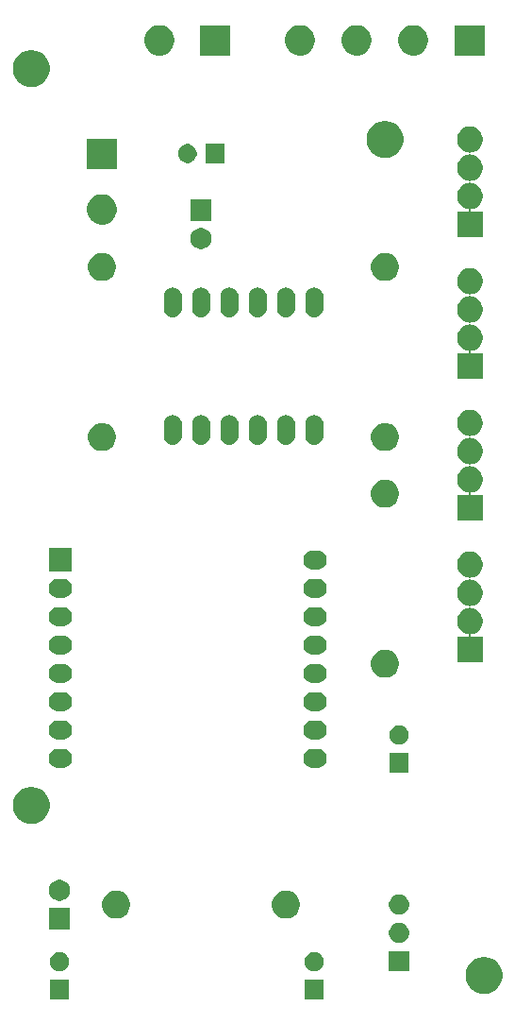
<source format=gbr>
G04 #@! TF.GenerationSoftware,KiCad,Pcbnew,(5.1.5)-3*
G04 #@! TF.CreationDate,2020-05-11T13:58:10+02:00*
G04 #@! TF.ProjectId,bioterio_v01,62696f74-6572-4696-9f5f-7630312e6b69,rev?*
G04 #@! TF.SameCoordinates,Original*
G04 #@! TF.FileFunction,Soldermask,Top*
G04 #@! TF.FilePolarity,Negative*
%FSLAX46Y46*%
G04 Gerber Fmt 4.6, Leading zero omitted, Abs format (unit mm)*
G04 Created by KiCad (PCBNEW (5.1.5)-3) date 2020-05-11 13:58:10*
%MOMM*%
%LPD*%
G04 APERTURE LIST*
%ADD10C,0.100000*%
G04 APERTURE END LIST*
D10*
G36*
X125311000Y-117691000D02*
G01*
X123609000Y-117691000D01*
X123609000Y-115989000D01*
X125311000Y-115989000D01*
X125311000Y-117691000D01*
G37*
G36*
X102451000Y-117691000D02*
G01*
X100749000Y-117691000D01*
X100749000Y-115989000D01*
X102451000Y-115989000D01*
X102451000Y-117691000D01*
G37*
G36*
X140075256Y-113961298D02*
G01*
X140181579Y-113982447D01*
X140482042Y-114106903D01*
X140752451Y-114287585D01*
X140982415Y-114517549D01*
X141163097Y-114787958D01*
X141287553Y-115088421D01*
X141351000Y-115407391D01*
X141351000Y-115732609D01*
X141287553Y-116051579D01*
X141163097Y-116352042D01*
X140982415Y-116622451D01*
X140752451Y-116852415D01*
X140482042Y-117033097D01*
X140181579Y-117157553D01*
X140075256Y-117178702D01*
X139862611Y-117221000D01*
X139537389Y-117221000D01*
X139324744Y-117178702D01*
X139218421Y-117157553D01*
X138917958Y-117033097D01*
X138647549Y-116852415D01*
X138417585Y-116622451D01*
X138236903Y-116352042D01*
X138112447Y-116051579D01*
X138049000Y-115732609D01*
X138049000Y-115407391D01*
X138112447Y-115088421D01*
X138236903Y-114787958D01*
X138417585Y-114517549D01*
X138647549Y-114287585D01*
X138917958Y-114106903D01*
X139218421Y-113982447D01*
X139324744Y-113961298D01*
X139537389Y-113919000D01*
X139862611Y-113919000D01*
X140075256Y-113961298D01*
G37*
G36*
X132981000Y-115201000D02*
G01*
X131179000Y-115201000D01*
X131179000Y-113399000D01*
X132981000Y-113399000D01*
X132981000Y-115201000D01*
G37*
G36*
X101848228Y-113521703D02*
G01*
X102003100Y-113585853D01*
X102142481Y-113678985D01*
X102261015Y-113797519D01*
X102354147Y-113936900D01*
X102418297Y-114091772D01*
X102451000Y-114256184D01*
X102451000Y-114423816D01*
X102418297Y-114588228D01*
X102354147Y-114743100D01*
X102261015Y-114882481D01*
X102142481Y-115001015D01*
X102003100Y-115094147D01*
X101848228Y-115158297D01*
X101683816Y-115191000D01*
X101516184Y-115191000D01*
X101351772Y-115158297D01*
X101196900Y-115094147D01*
X101057519Y-115001015D01*
X100938985Y-114882481D01*
X100845853Y-114743100D01*
X100781703Y-114588228D01*
X100749000Y-114423816D01*
X100749000Y-114256184D01*
X100781703Y-114091772D01*
X100845853Y-113936900D01*
X100938985Y-113797519D01*
X101057519Y-113678985D01*
X101196900Y-113585853D01*
X101351772Y-113521703D01*
X101516184Y-113489000D01*
X101683816Y-113489000D01*
X101848228Y-113521703D01*
G37*
G36*
X124708228Y-113521703D02*
G01*
X124863100Y-113585853D01*
X125002481Y-113678985D01*
X125121015Y-113797519D01*
X125214147Y-113936900D01*
X125278297Y-114091772D01*
X125311000Y-114256184D01*
X125311000Y-114423816D01*
X125278297Y-114588228D01*
X125214147Y-114743100D01*
X125121015Y-114882481D01*
X125002481Y-115001015D01*
X124863100Y-115094147D01*
X124708228Y-115158297D01*
X124543816Y-115191000D01*
X124376184Y-115191000D01*
X124211772Y-115158297D01*
X124056900Y-115094147D01*
X123917519Y-115001015D01*
X123798985Y-114882481D01*
X123705853Y-114743100D01*
X123641703Y-114588228D01*
X123609000Y-114423816D01*
X123609000Y-114256184D01*
X123641703Y-114091772D01*
X123705853Y-113936900D01*
X123798985Y-113797519D01*
X123917519Y-113678985D01*
X124056900Y-113585853D01*
X124211772Y-113521703D01*
X124376184Y-113489000D01*
X124543816Y-113489000D01*
X124708228Y-113521703D01*
G37*
G36*
X132193512Y-110863927D02*
G01*
X132342812Y-110893624D01*
X132506784Y-110961544D01*
X132654354Y-111060147D01*
X132779853Y-111185646D01*
X132878456Y-111333216D01*
X132946376Y-111497188D01*
X132981000Y-111671259D01*
X132981000Y-111848741D01*
X132946376Y-112022812D01*
X132878456Y-112186784D01*
X132779853Y-112334354D01*
X132654354Y-112459853D01*
X132506784Y-112558456D01*
X132342812Y-112626376D01*
X132193512Y-112656073D01*
X132168742Y-112661000D01*
X131991258Y-112661000D01*
X131966488Y-112656073D01*
X131817188Y-112626376D01*
X131653216Y-112558456D01*
X131505646Y-112459853D01*
X131380147Y-112334354D01*
X131281544Y-112186784D01*
X131213624Y-112022812D01*
X131179000Y-111848741D01*
X131179000Y-111671259D01*
X131213624Y-111497188D01*
X131281544Y-111333216D01*
X131380147Y-111185646D01*
X131505646Y-111060147D01*
X131653216Y-110961544D01*
X131817188Y-110893624D01*
X131966488Y-110863927D01*
X131991258Y-110859000D01*
X132168742Y-110859000D01*
X132193512Y-110863927D01*
G37*
G36*
X102551000Y-111441000D02*
G01*
X100649000Y-111441000D01*
X100649000Y-109539000D01*
X102551000Y-109539000D01*
X102551000Y-111441000D01*
G37*
G36*
X107044903Y-108017075D02*
G01*
X107272571Y-108111378D01*
X107477466Y-108248285D01*
X107651715Y-108422534D01*
X107788622Y-108627429D01*
X107882925Y-108855097D01*
X107931000Y-109096787D01*
X107931000Y-109343213D01*
X107882925Y-109584903D01*
X107788622Y-109812571D01*
X107651715Y-110017466D01*
X107477466Y-110191715D01*
X107272571Y-110328622D01*
X107272570Y-110328623D01*
X107272569Y-110328623D01*
X107044903Y-110422925D01*
X106803214Y-110471000D01*
X106556786Y-110471000D01*
X106315097Y-110422925D01*
X106087431Y-110328623D01*
X106087430Y-110328623D01*
X106087429Y-110328622D01*
X105882534Y-110191715D01*
X105708285Y-110017466D01*
X105571378Y-109812571D01*
X105477075Y-109584903D01*
X105429000Y-109343213D01*
X105429000Y-109096787D01*
X105477075Y-108855097D01*
X105571378Y-108627429D01*
X105708285Y-108422534D01*
X105882534Y-108248285D01*
X106087429Y-108111378D01*
X106315097Y-108017075D01*
X106556786Y-107969000D01*
X106803214Y-107969000D01*
X107044903Y-108017075D01*
G37*
G36*
X122284903Y-108017075D02*
G01*
X122512571Y-108111378D01*
X122717466Y-108248285D01*
X122891715Y-108422534D01*
X123028622Y-108627429D01*
X123122925Y-108855097D01*
X123171000Y-109096787D01*
X123171000Y-109343213D01*
X123122925Y-109584903D01*
X123028622Y-109812571D01*
X122891715Y-110017466D01*
X122717466Y-110191715D01*
X122512571Y-110328622D01*
X122512570Y-110328623D01*
X122512569Y-110328623D01*
X122284903Y-110422925D01*
X122043214Y-110471000D01*
X121796786Y-110471000D01*
X121555097Y-110422925D01*
X121327431Y-110328623D01*
X121327430Y-110328623D01*
X121327429Y-110328622D01*
X121122534Y-110191715D01*
X120948285Y-110017466D01*
X120811378Y-109812571D01*
X120717075Y-109584903D01*
X120669000Y-109343213D01*
X120669000Y-109096787D01*
X120717075Y-108855097D01*
X120811378Y-108627429D01*
X120948285Y-108422534D01*
X121122534Y-108248285D01*
X121327429Y-108111378D01*
X121555097Y-108017075D01*
X121796786Y-107969000D01*
X122043214Y-107969000D01*
X122284903Y-108017075D01*
G37*
G36*
X132193512Y-108323927D02*
G01*
X132342812Y-108353624D01*
X132506784Y-108421544D01*
X132654354Y-108520147D01*
X132779853Y-108645646D01*
X132878456Y-108793216D01*
X132946376Y-108957188D01*
X132981000Y-109131259D01*
X132981000Y-109308741D01*
X132946376Y-109482812D01*
X132878456Y-109646784D01*
X132779853Y-109794354D01*
X132654354Y-109919853D01*
X132506784Y-110018456D01*
X132342812Y-110086376D01*
X132193512Y-110116073D01*
X132168742Y-110121000D01*
X131991258Y-110121000D01*
X131966488Y-110116073D01*
X131817188Y-110086376D01*
X131653216Y-110018456D01*
X131505646Y-109919853D01*
X131380147Y-109794354D01*
X131281544Y-109646784D01*
X131213624Y-109482812D01*
X131179000Y-109308741D01*
X131179000Y-109131259D01*
X131213624Y-108957188D01*
X131281544Y-108793216D01*
X131380147Y-108645646D01*
X131505646Y-108520147D01*
X131653216Y-108421544D01*
X131817188Y-108353624D01*
X131966488Y-108323927D01*
X131991258Y-108319000D01*
X132168742Y-108319000D01*
X132193512Y-108323927D01*
G37*
G36*
X101877395Y-107035546D02*
G01*
X102050466Y-107107234D01*
X102050467Y-107107235D01*
X102206227Y-107211310D01*
X102338690Y-107343773D01*
X102338691Y-107343775D01*
X102442766Y-107499534D01*
X102514454Y-107672605D01*
X102551000Y-107856333D01*
X102551000Y-108043667D01*
X102514454Y-108227395D01*
X102442766Y-108400466D01*
X102428019Y-108422536D01*
X102338690Y-108556227D01*
X102206227Y-108688690D01*
X102127818Y-108741081D01*
X102050466Y-108792766D01*
X101877395Y-108864454D01*
X101693667Y-108901000D01*
X101506333Y-108901000D01*
X101322605Y-108864454D01*
X101149534Y-108792766D01*
X101072182Y-108741081D01*
X100993773Y-108688690D01*
X100861310Y-108556227D01*
X100771981Y-108422536D01*
X100757234Y-108400466D01*
X100685546Y-108227395D01*
X100649000Y-108043667D01*
X100649000Y-107856333D01*
X100685546Y-107672605D01*
X100757234Y-107499534D01*
X100861309Y-107343775D01*
X100861310Y-107343773D01*
X100993773Y-107211310D01*
X101149533Y-107107235D01*
X101149534Y-107107234D01*
X101322605Y-107035546D01*
X101506333Y-106999000D01*
X101693667Y-106999000D01*
X101877395Y-107035546D01*
G37*
G36*
X99435256Y-98721298D02*
G01*
X99541579Y-98742447D01*
X99842042Y-98866903D01*
X100112451Y-99047585D01*
X100342415Y-99277549D01*
X100523097Y-99547958D01*
X100647553Y-99848421D01*
X100711000Y-100167391D01*
X100711000Y-100492609D01*
X100647553Y-100811579D01*
X100523097Y-101112042D01*
X100342415Y-101382451D01*
X100112451Y-101612415D01*
X99842042Y-101793097D01*
X99541579Y-101917553D01*
X99435256Y-101938702D01*
X99222611Y-101981000D01*
X98897389Y-101981000D01*
X98684744Y-101938702D01*
X98578421Y-101917553D01*
X98277958Y-101793097D01*
X98007549Y-101612415D01*
X97777585Y-101382451D01*
X97596903Y-101112042D01*
X97472447Y-100811579D01*
X97409000Y-100492609D01*
X97409000Y-100167391D01*
X97472447Y-99848421D01*
X97596903Y-99547958D01*
X97777585Y-99277549D01*
X98007549Y-99047585D01*
X98277958Y-98866903D01*
X98578421Y-98742447D01*
X98684744Y-98721298D01*
X98897389Y-98679000D01*
X99222611Y-98679000D01*
X99435256Y-98721298D01*
G37*
G36*
X132931000Y-97371000D02*
G01*
X131229000Y-97371000D01*
X131229000Y-95669000D01*
X132931000Y-95669000D01*
X132931000Y-97371000D01*
G37*
G36*
X124901824Y-95276314D02*
G01*
X125062243Y-95324977D01*
X125194907Y-95395887D01*
X125210079Y-95403997D01*
X125339660Y-95510342D01*
X125446005Y-95639923D01*
X125446006Y-95639925D01*
X125525025Y-95787759D01*
X125573688Y-95948178D01*
X125590118Y-96115001D01*
X125573688Y-96281824D01*
X125525025Y-96442243D01*
X125454115Y-96574907D01*
X125446005Y-96590079D01*
X125339660Y-96719660D01*
X125210079Y-96826005D01*
X125210077Y-96826006D01*
X125062243Y-96905025D01*
X124901824Y-96953688D01*
X124776805Y-96966001D01*
X124293197Y-96966001D01*
X124168178Y-96953688D01*
X124007759Y-96905025D01*
X123859925Y-96826006D01*
X123859923Y-96826005D01*
X123730342Y-96719660D01*
X123623997Y-96590079D01*
X123615887Y-96574907D01*
X123544977Y-96442243D01*
X123496314Y-96281824D01*
X123479884Y-96115001D01*
X123496314Y-95948178D01*
X123544977Y-95787759D01*
X123623996Y-95639925D01*
X123623997Y-95639923D01*
X123730342Y-95510342D01*
X123859923Y-95403997D01*
X123875095Y-95395887D01*
X124007759Y-95324977D01*
X124168178Y-95276314D01*
X124293197Y-95264001D01*
X124776805Y-95264001D01*
X124901824Y-95276314D01*
G37*
G36*
X102041824Y-95276314D02*
G01*
X102202243Y-95324977D01*
X102334907Y-95395887D01*
X102350079Y-95403997D01*
X102479660Y-95510342D01*
X102586005Y-95639923D01*
X102586006Y-95639925D01*
X102665025Y-95787759D01*
X102713688Y-95948178D01*
X102730118Y-96115001D01*
X102713688Y-96281824D01*
X102665025Y-96442243D01*
X102594115Y-96574907D01*
X102586005Y-96590079D01*
X102479660Y-96719660D01*
X102350079Y-96826005D01*
X102350077Y-96826006D01*
X102202243Y-96905025D01*
X102041824Y-96953688D01*
X101916805Y-96966001D01*
X101433197Y-96966001D01*
X101308178Y-96953688D01*
X101147759Y-96905025D01*
X100999925Y-96826006D01*
X100999923Y-96826005D01*
X100870342Y-96719660D01*
X100763997Y-96590079D01*
X100755887Y-96574907D01*
X100684977Y-96442243D01*
X100636314Y-96281824D01*
X100619884Y-96115001D01*
X100636314Y-95948178D01*
X100684977Y-95787759D01*
X100763996Y-95639925D01*
X100763997Y-95639923D01*
X100870342Y-95510342D01*
X100999923Y-95403997D01*
X101015095Y-95395887D01*
X101147759Y-95324977D01*
X101308178Y-95276314D01*
X101433197Y-95264001D01*
X101916805Y-95264001D01*
X102041824Y-95276314D01*
G37*
G36*
X132328228Y-93201703D02*
G01*
X132483100Y-93265853D01*
X132622481Y-93358985D01*
X132741015Y-93477519D01*
X132834147Y-93616900D01*
X132898297Y-93771772D01*
X132931000Y-93936184D01*
X132931000Y-94103816D01*
X132898297Y-94268228D01*
X132834147Y-94423100D01*
X132741015Y-94562481D01*
X132622481Y-94681015D01*
X132483100Y-94774147D01*
X132328228Y-94838297D01*
X132163816Y-94871000D01*
X131996184Y-94871000D01*
X131831772Y-94838297D01*
X131676900Y-94774147D01*
X131537519Y-94681015D01*
X131418985Y-94562481D01*
X131325853Y-94423100D01*
X131261703Y-94268228D01*
X131229000Y-94103816D01*
X131229000Y-93936184D01*
X131261703Y-93771772D01*
X131325853Y-93616900D01*
X131418985Y-93477519D01*
X131537519Y-93358985D01*
X131676900Y-93265853D01*
X131831772Y-93201703D01*
X131996184Y-93169000D01*
X132163816Y-93169000D01*
X132328228Y-93201703D01*
G37*
G36*
X102041824Y-92736314D02*
G01*
X102202243Y-92784977D01*
X102334907Y-92855887D01*
X102350079Y-92863997D01*
X102479660Y-92970342D01*
X102586005Y-93099923D01*
X102586006Y-93099925D01*
X102665025Y-93247759D01*
X102665026Y-93247762D01*
X102670514Y-93265853D01*
X102713688Y-93408178D01*
X102730118Y-93575001D01*
X102713688Y-93741824D01*
X102665025Y-93902243D01*
X102594115Y-94034907D01*
X102586005Y-94050079D01*
X102479660Y-94179660D01*
X102350079Y-94286005D01*
X102350077Y-94286006D01*
X102202243Y-94365025D01*
X102041824Y-94413688D01*
X101916805Y-94426001D01*
X101433197Y-94426001D01*
X101308178Y-94413688D01*
X101147759Y-94365025D01*
X100999925Y-94286006D01*
X100999923Y-94286005D01*
X100870342Y-94179660D01*
X100763997Y-94050079D01*
X100755887Y-94034907D01*
X100684977Y-93902243D01*
X100636314Y-93741824D01*
X100619884Y-93575001D01*
X100636314Y-93408178D01*
X100679488Y-93265853D01*
X100684976Y-93247762D01*
X100684977Y-93247759D01*
X100763996Y-93099925D01*
X100763997Y-93099923D01*
X100870342Y-92970342D01*
X100999923Y-92863997D01*
X101015095Y-92855887D01*
X101147759Y-92784977D01*
X101308178Y-92736314D01*
X101433197Y-92724001D01*
X101916805Y-92724001D01*
X102041824Y-92736314D01*
G37*
G36*
X124901824Y-92736314D02*
G01*
X125062243Y-92784977D01*
X125194907Y-92855887D01*
X125210079Y-92863997D01*
X125339660Y-92970342D01*
X125446005Y-93099923D01*
X125446006Y-93099925D01*
X125525025Y-93247759D01*
X125525026Y-93247762D01*
X125530514Y-93265853D01*
X125573688Y-93408178D01*
X125590118Y-93575001D01*
X125573688Y-93741824D01*
X125525025Y-93902243D01*
X125454115Y-94034907D01*
X125446005Y-94050079D01*
X125339660Y-94179660D01*
X125210079Y-94286005D01*
X125210077Y-94286006D01*
X125062243Y-94365025D01*
X124901824Y-94413688D01*
X124776805Y-94426001D01*
X124293197Y-94426001D01*
X124168178Y-94413688D01*
X124007759Y-94365025D01*
X123859925Y-94286006D01*
X123859923Y-94286005D01*
X123730342Y-94179660D01*
X123623997Y-94050079D01*
X123615887Y-94034907D01*
X123544977Y-93902243D01*
X123496314Y-93741824D01*
X123479884Y-93575001D01*
X123496314Y-93408178D01*
X123539488Y-93265853D01*
X123544976Y-93247762D01*
X123544977Y-93247759D01*
X123623996Y-93099925D01*
X123623997Y-93099923D01*
X123730342Y-92970342D01*
X123859923Y-92863997D01*
X123875095Y-92855887D01*
X124007759Y-92784977D01*
X124168178Y-92736314D01*
X124293197Y-92724001D01*
X124776805Y-92724001D01*
X124901824Y-92736314D01*
G37*
G36*
X124901824Y-90196314D02*
G01*
X125062243Y-90244977D01*
X125194907Y-90315887D01*
X125210079Y-90323997D01*
X125339660Y-90430342D01*
X125446005Y-90559923D01*
X125446006Y-90559925D01*
X125525025Y-90707759D01*
X125573688Y-90868178D01*
X125590118Y-91035001D01*
X125573688Y-91201824D01*
X125525025Y-91362243D01*
X125454115Y-91494907D01*
X125446005Y-91510079D01*
X125339660Y-91639660D01*
X125210079Y-91746005D01*
X125210077Y-91746006D01*
X125062243Y-91825025D01*
X124901824Y-91873688D01*
X124776805Y-91886001D01*
X124293197Y-91886001D01*
X124168178Y-91873688D01*
X124007759Y-91825025D01*
X123859925Y-91746006D01*
X123859923Y-91746005D01*
X123730342Y-91639660D01*
X123623997Y-91510079D01*
X123615887Y-91494907D01*
X123544977Y-91362243D01*
X123496314Y-91201824D01*
X123479884Y-91035001D01*
X123496314Y-90868178D01*
X123544977Y-90707759D01*
X123623996Y-90559925D01*
X123623997Y-90559923D01*
X123730342Y-90430342D01*
X123859923Y-90323997D01*
X123875095Y-90315887D01*
X124007759Y-90244977D01*
X124168178Y-90196314D01*
X124293197Y-90184001D01*
X124776805Y-90184001D01*
X124901824Y-90196314D01*
G37*
G36*
X102041824Y-90196314D02*
G01*
X102202243Y-90244977D01*
X102334907Y-90315887D01*
X102350079Y-90323997D01*
X102479660Y-90430342D01*
X102586005Y-90559923D01*
X102586006Y-90559925D01*
X102665025Y-90707759D01*
X102713688Y-90868178D01*
X102730118Y-91035001D01*
X102713688Y-91201824D01*
X102665025Y-91362243D01*
X102594115Y-91494907D01*
X102586005Y-91510079D01*
X102479660Y-91639660D01*
X102350079Y-91746005D01*
X102350077Y-91746006D01*
X102202243Y-91825025D01*
X102041824Y-91873688D01*
X101916805Y-91886001D01*
X101433197Y-91886001D01*
X101308178Y-91873688D01*
X101147759Y-91825025D01*
X100999925Y-91746006D01*
X100999923Y-91746005D01*
X100870342Y-91639660D01*
X100763997Y-91510079D01*
X100755887Y-91494907D01*
X100684977Y-91362243D01*
X100636314Y-91201824D01*
X100619884Y-91035001D01*
X100636314Y-90868178D01*
X100684977Y-90707759D01*
X100763996Y-90559925D01*
X100763997Y-90559923D01*
X100870342Y-90430342D01*
X100999923Y-90323997D01*
X101015095Y-90315887D01*
X101147759Y-90244977D01*
X101308178Y-90196314D01*
X101433197Y-90184001D01*
X101916805Y-90184001D01*
X102041824Y-90196314D01*
G37*
G36*
X124901824Y-87656314D02*
G01*
X125062243Y-87704977D01*
X125152486Y-87753213D01*
X125210079Y-87783997D01*
X125339660Y-87890342D01*
X125446005Y-88019923D01*
X125446006Y-88019925D01*
X125525025Y-88167759D01*
X125573688Y-88328178D01*
X125590118Y-88495001D01*
X125573688Y-88661824D01*
X125525025Y-88822243D01*
X125454115Y-88954907D01*
X125446005Y-88970079D01*
X125339660Y-89099660D01*
X125210079Y-89206005D01*
X125210077Y-89206006D01*
X125062243Y-89285025D01*
X124901824Y-89333688D01*
X124776805Y-89346001D01*
X124293197Y-89346001D01*
X124168178Y-89333688D01*
X124007759Y-89285025D01*
X123859925Y-89206006D01*
X123859923Y-89206005D01*
X123730342Y-89099660D01*
X123623997Y-88970079D01*
X123615887Y-88954907D01*
X123544977Y-88822243D01*
X123496314Y-88661824D01*
X123479884Y-88495001D01*
X123496314Y-88328178D01*
X123544977Y-88167759D01*
X123623996Y-88019925D01*
X123623997Y-88019923D01*
X123730342Y-87890342D01*
X123859923Y-87783997D01*
X123917516Y-87753213D01*
X124007759Y-87704977D01*
X124168178Y-87656314D01*
X124293197Y-87644001D01*
X124776805Y-87644001D01*
X124901824Y-87656314D01*
G37*
G36*
X102041824Y-87656314D02*
G01*
X102202243Y-87704977D01*
X102292486Y-87753213D01*
X102350079Y-87783997D01*
X102479660Y-87890342D01*
X102586005Y-88019923D01*
X102586006Y-88019925D01*
X102665025Y-88167759D01*
X102713688Y-88328178D01*
X102730118Y-88495001D01*
X102713688Y-88661824D01*
X102665025Y-88822243D01*
X102594115Y-88954907D01*
X102586005Y-88970079D01*
X102479660Y-89099660D01*
X102350079Y-89206005D01*
X102350077Y-89206006D01*
X102202243Y-89285025D01*
X102041824Y-89333688D01*
X101916805Y-89346001D01*
X101433197Y-89346001D01*
X101308178Y-89333688D01*
X101147759Y-89285025D01*
X100999925Y-89206006D01*
X100999923Y-89206005D01*
X100870342Y-89099660D01*
X100763997Y-88970079D01*
X100755887Y-88954907D01*
X100684977Y-88822243D01*
X100636314Y-88661824D01*
X100619884Y-88495001D01*
X100636314Y-88328178D01*
X100684977Y-88167759D01*
X100763996Y-88019925D01*
X100763997Y-88019923D01*
X100870342Y-87890342D01*
X100999923Y-87783997D01*
X101057516Y-87753213D01*
X101147759Y-87704977D01*
X101308178Y-87656314D01*
X101433197Y-87644001D01*
X101916805Y-87644001D01*
X102041824Y-87656314D01*
G37*
G36*
X131174903Y-86427075D02*
G01*
X131402571Y-86521378D01*
X131607466Y-86658285D01*
X131781715Y-86832534D01*
X131781716Y-86832536D01*
X131918623Y-87037431D01*
X132012925Y-87265097D01*
X132061000Y-87506786D01*
X132061000Y-87753214D01*
X132012925Y-87994903D01*
X131918622Y-88222571D01*
X131781715Y-88427466D01*
X131607466Y-88601715D01*
X131402571Y-88738622D01*
X131402570Y-88738623D01*
X131402569Y-88738623D01*
X131174903Y-88832925D01*
X130933214Y-88881000D01*
X130686786Y-88881000D01*
X130445097Y-88832925D01*
X130217431Y-88738623D01*
X130217430Y-88738623D01*
X130217429Y-88738622D01*
X130012534Y-88601715D01*
X129838285Y-88427466D01*
X129701378Y-88222571D01*
X129607075Y-87994903D01*
X129559000Y-87753214D01*
X129559000Y-87506786D01*
X129607075Y-87265097D01*
X129701377Y-87037431D01*
X129838284Y-86832536D01*
X129838285Y-86832534D01*
X130012534Y-86658285D01*
X130217429Y-86521378D01*
X130445097Y-86427075D01*
X130686786Y-86379000D01*
X130933214Y-86379000D01*
X131174903Y-86427075D01*
G37*
G36*
X138654549Y-77611116D02*
G01*
X138765734Y-77633232D01*
X138975203Y-77719997D01*
X139163720Y-77845960D01*
X139324040Y-78006280D01*
X139450003Y-78194797D01*
X139536768Y-78404266D01*
X139581000Y-78626636D01*
X139581000Y-78853364D01*
X139536768Y-79075734D01*
X139450003Y-79285203D01*
X139324040Y-79473720D01*
X139163720Y-79634040D01*
X138975203Y-79760003D01*
X138765734Y-79846768D01*
X138638161Y-79872144D01*
X138561448Y-79887403D01*
X138537999Y-79894516D01*
X138516388Y-79906067D01*
X138497446Y-79921612D01*
X138481901Y-79940554D01*
X138470350Y-79962165D01*
X138463237Y-79985614D01*
X138460835Y-80010000D01*
X138463237Y-80034386D01*
X138470350Y-80057835D01*
X138481901Y-80079446D01*
X138497446Y-80098388D01*
X138516388Y-80113933D01*
X138537999Y-80125484D01*
X138561448Y-80132597D01*
X138638161Y-80147856D01*
X138765734Y-80173232D01*
X138975203Y-80259997D01*
X139163720Y-80385960D01*
X139324040Y-80546280D01*
X139450003Y-80734797D01*
X139536768Y-80944266D01*
X139581000Y-81166636D01*
X139581000Y-81393364D01*
X139536768Y-81615734D01*
X139450003Y-81825203D01*
X139324040Y-82013720D01*
X139163720Y-82174040D01*
X138975203Y-82300003D01*
X138765734Y-82386768D01*
X138638161Y-82412144D01*
X138561448Y-82427403D01*
X138537999Y-82434516D01*
X138516388Y-82446067D01*
X138497446Y-82461612D01*
X138481901Y-82480554D01*
X138470350Y-82502165D01*
X138463237Y-82525614D01*
X138460835Y-82550000D01*
X138463237Y-82574386D01*
X138470350Y-82597835D01*
X138481901Y-82619446D01*
X138497446Y-82638388D01*
X138516388Y-82653933D01*
X138537999Y-82665484D01*
X138561448Y-82672597D01*
X138638161Y-82687856D01*
X138765734Y-82713232D01*
X138975203Y-82799997D01*
X139163720Y-82925960D01*
X139324040Y-83086280D01*
X139450003Y-83274797D01*
X139536768Y-83484266D01*
X139581000Y-83706636D01*
X139581000Y-83933364D01*
X139536768Y-84155734D01*
X139450003Y-84365203D01*
X139324040Y-84553720D01*
X139163720Y-84714040D01*
X138975203Y-84840003D01*
X138765734Y-84926768D01*
X138649192Y-84949950D01*
X138591607Y-84961404D01*
X138568158Y-84968517D01*
X138546547Y-84980068D01*
X138527605Y-84995613D01*
X138512060Y-85014555D01*
X138500509Y-85036166D01*
X138493396Y-85059615D01*
X138490994Y-85084001D01*
X138493396Y-85108387D01*
X138500509Y-85131836D01*
X138512060Y-85153447D01*
X138527605Y-85172389D01*
X138546547Y-85187934D01*
X138568158Y-85199485D01*
X138591607Y-85206598D01*
X138615993Y-85209000D01*
X139581000Y-85209000D01*
X139581000Y-87511000D01*
X137279000Y-87511000D01*
X137279000Y-85209000D01*
X138244007Y-85209000D01*
X138268393Y-85206598D01*
X138291842Y-85199485D01*
X138313453Y-85187934D01*
X138332395Y-85172389D01*
X138347940Y-85153447D01*
X138359491Y-85131836D01*
X138366604Y-85108387D01*
X138369006Y-85084001D01*
X138366604Y-85059615D01*
X138359491Y-85036166D01*
X138347940Y-85014555D01*
X138332395Y-84995613D01*
X138313453Y-84980068D01*
X138291842Y-84968517D01*
X138268393Y-84961404D01*
X138210808Y-84949950D01*
X138094266Y-84926768D01*
X137884797Y-84840003D01*
X137696280Y-84714040D01*
X137535960Y-84553720D01*
X137409997Y-84365203D01*
X137323232Y-84155734D01*
X137279000Y-83933364D01*
X137279000Y-83706636D01*
X137323232Y-83484266D01*
X137409997Y-83274797D01*
X137535960Y-83086280D01*
X137696280Y-82925960D01*
X137884797Y-82799997D01*
X138094266Y-82713232D01*
X138221839Y-82687856D01*
X138298552Y-82672597D01*
X138322001Y-82665484D01*
X138343612Y-82653933D01*
X138362554Y-82638388D01*
X138378099Y-82619446D01*
X138389650Y-82597835D01*
X138396763Y-82574386D01*
X138399165Y-82550000D01*
X138396763Y-82525614D01*
X138389650Y-82502165D01*
X138378099Y-82480554D01*
X138362554Y-82461612D01*
X138343612Y-82446067D01*
X138322001Y-82434516D01*
X138298552Y-82427403D01*
X138221839Y-82412144D01*
X138094266Y-82386768D01*
X137884797Y-82300003D01*
X137696280Y-82174040D01*
X137535960Y-82013720D01*
X137409997Y-81825203D01*
X137323232Y-81615734D01*
X137279000Y-81393364D01*
X137279000Y-81166636D01*
X137323232Y-80944266D01*
X137409997Y-80734797D01*
X137535960Y-80546280D01*
X137696280Y-80385960D01*
X137884797Y-80259997D01*
X138094266Y-80173232D01*
X138221839Y-80147856D01*
X138298552Y-80132597D01*
X138322001Y-80125484D01*
X138343612Y-80113933D01*
X138362554Y-80098388D01*
X138378099Y-80079446D01*
X138389650Y-80057835D01*
X138396763Y-80034386D01*
X138399165Y-80010000D01*
X138396763Y-79985614D01*
X138389650Y-79962165D01*
X138378099Y-79940554D01*
X138362554Y-79921612D01*
X138343612Y-79906067D01*
X138322001Y-79894516D01*
X138298552Y-79887403D01*
X138221839Y-79872144D01*
X138094266Y-79846768D01*
X137884797Y-79760003D01*
X137696280Y-79634040D01*
X137535960Y-79473720D01*
X137409997Y-79285203D01*
X137323232Y-79075734D01*
X137279000Y-78853364D01*
X137279000Y-78626636D01*
X137323232Y-78404266D01*
X137409997Y-78194797D01*
X137535960Y-78006280D01*
X137696280Y-77845960D01*
X137884797Y-77719997D01*
X138094266Y-77633232D01*
X138205451Y-77611116D01*
X138316635Y-77589000D01*
X138543365Y-77589000D01*
X138654549Y-77611116D01*
G37*
G36*
X102041824Y-85116314D02*
G01*
X102202243Y-85164977D01*
X102280110Y-85206598D01*
X102350079Y-85243997D01*
X102479660Y-85350342D01*
X102586005Y-85479923D01*
X102586006Y-85479925D01*
X102665025Y-85627759D01*
X102713688Y-85788178D01*
X102730118Y-85955001D01*
X102713688Y-86121824D01*
X102665025Y-86282243D01*
X102613307Y-86379000D01*
X102586005Y-86430079D01*
X102479660Y-86559660D01*
X102350079Y-86666005D01*
X102350077Y-86666006D01*
X102202243Y-86745025D01*
X102041824Y-86793688D01*
X101916805Y-86806001D01*
X101433197Y-86806001D01*
X101308178Y-86793688D01*
X101147759Y-86745025D01*
X100999925Y-86666006D01*
X100999923Y-86666005D01*
X100870342Y-86559660D01*
X100763997Y-86430079D01*
X100736695Y-86379000D01*
X100684977Y-86282243D01*
X100636314Y-86121824D01*
X100619884Y-85955001D01*
X100636314Y-85788178D01*
X100684977Y-85627759D01*
X100763996Y-85479925D01*
X100763997Y-85479923D01*
X100870342Y-85350342D01*
X100999923Y-85243997D01*
X101069892Y-85206598D01*
X101147759Y-85164977D01*
X101308178Y-85116314D01*
X101433197Y-85104001D01*
X101916805Y-85104001D01*
X102041824Y-85116314D01*
G37*
G36*
X124901824Y-85116314D02*
G01*
X125062243Y-85164977D01*
X125140110Y-85206598D01*
X125210079Y-85243997D01*
X125339660Y-85350342D01*
X125446005Y-85479923D01*
X125446006Y-85479925D01*
X125525025Y-85627759D01*
X125573688Y-85788178D01*
X125590118Y-85955001D01*
X125573688Y-86121824D01*
X125525025Y-86282243D01*
X125473307Y-86379000D01*
X125446005Y-86430079D01*
X125339660Y-86559660D01*
X125210079Y-86666005D01*
X125210077Y-86666006D01*
X125062243Y-86745025D01*
X124901824Y-86793688D01*
X124776805Y-86806001D01*
X124293197Y-86806001D01*
X124168178Y-86793688D01*
X124007759Y-86745025D01*
X123859925Y-86666006D01*
X123859923Y-86666005D01*
X123730342Y-86559660D01*
X123623997Y-86430079D01*
X123596695Y-86379000D01*
X123544977Y-86282243D01*
X123496314Y-86121824D01*
X123479884Y-85955001D01*
X123496314Y-85788178D01*
X123544977Y-85627759D01*
X123623996Y-85479925D01*
X123623997Y-85479923D01*
X123730342Y-85350342D01*
X123859923Y-85243997D01*
X123929892Y-85206598D01*
X124007759Y-85164977D01*
X124168178Y-85116314D01*
X124293197Y-85104001D01*
X124776805Y-85104001D01*
X124901824Y-85116314D01*
G37*
G36*
X102041824Y-82576314D02*
G01*
X102202243Y-82624977D01*
X102334907Y-82695887D01*
X102350079Y-82703997D01*
X102479660Y-82810342D01*
X102586005Y-82939923D01*
X102586006Y-82939925D01*
X102665025Y-83087759D01*
X102713688Y-83248178D01*
X102730118Y-83415001D01*
X102713688Y-83581824D01*
X102665025Y-83742243D01*
X102594115Y-83874907D01*
X102586005Y-83890079D01*
X102479660Y-84019660D01*
X102350079Y-84126005D01*
X102350077Y-84126006D01*
X102202243Y-84205025D01*
X102041824Y-84253688D01*
X101916805Y-84266001D01*
X101433197Y-84266001D01*
X101308178Y-84253688D01*
X101147759Y-84205025D01*
X100999925Y-84126006D01*
X100999923Y-84126005D01*
X100870342Y-84019660D01*
X100763997Y-83890079D01*
X100755887Y-83874907D01*
X100684977Y-83742243D01*
X100636314Y-83581824D01*
X100619884Y-83415001D01*
X100636314Y-83248178D01*
X100684977Y-83087759D01*
X100763996Y-82939925D01*
X100763997Y-82939923D01*
X100870342Y-82810342D01*
X100999923Y-82703997D01*
X101015095Y-82695887D01*
X101147759Y-82624977D01*
X101308178Y-82576314D01*
X101433197Y-82564001D01*
X101916805Y-82564001D01*
X102041824Y-82576314D01*
G37*
G36*
X124901824Y-82576314D02*
G01*
X125062243Y-82624977D01*
X125194907Y-82695887D01*
X125210079Y-82703997D01*
X125339660Y-82810342D01*
X125446005Y-82939923D01*
X125446006Y-82939925D01*
X125525025Y-83087759D01*
X125573688Y-83248178D01*
X125590118Y-83415001D01*
X125573688Y-83581824D01*
X125525025Y-83742243D01*
X125454115Y-83874907D01*
X125446005Y-83890079D01*
X125339660Y-84019660D01*
X125210079Y-84126005D01*
X125210077Y-84126006D01*
X125062243Y-84205025D01*
X124901824Y-84253688D01*
X124776805Y-84266001D01*
X124293197Y-84266001D01*
X124168178Y-84253688D01*
X124007759Y-84205025D01*
X123859925Y-84126006D01*
X123859923Y-84126005D01*
X123730342Y-84019660D01*
X123623997Y-83890079D01*
X123615887Y-83874907D01*
X123544977Y-83742243D01*
X123496314Y-83581824D01*
X123479884Y-83415001D01*
X123496314Y-83248178D01*
X123544977Y-83087759D01*
X123623996Y-82939925D01*
X123623997Y-82939923D01*
X123730342Y-82810342D01*
X123859923Y-82703997D01*
X123875095Y-82695887D01*
X124007759Y-82624977D01*
X124168178Y-82576314D01*
X124293197Y-82564001D01*
X124776805Y-82564001D01*
X124901824Y-82576314D01*
G37*
G36*
X102041824Y-80036314D02*
G01*
X102202243Y-80084977D01*
X102334907Y-80155887D01*
X102350079Y-80163997D01*
X102479660Y-80270342D01*
X102586005Y-80399923D01*
X102586006Y-80399925D01*
X102665025Y-80547759D01*
X102713688Y-80708178D01*
X102730118Y-80875001D01*
X102713688Y-81041824D01*
X102665025Y-81202243D01*
X102594115Y-81334907D01*
X102586005Y-81350079D01*
X102479660Y-81479660D01*
X102350079Y-81586005D01*
X102350077Y-81586006D01*
X102202243Y-81665025D01*
X102041824Y-81713688D01*
X101916805Y-81726001D01*
X101433197Y-81726001D01*
X101308178Y-81713688D01*
X101147759Y-81665025D01*
X100999925Y-81586006D01*
X100999923Y-81586005D01*
X100870342Y-81479660D01*
X100763997Y-81350079D01*
X100755887Y-81334907D01*
X100684977Y-81202243D01*
X100636314Y-81041824D01*
X100619884Y-80875001D01*
X100636314Y-80708178D01*
X100684977Y-80547759D01*
X100763996Y-80399925D01*
X100763997Y-80399923D01*
X100870342Y-80270342D01*
X100999923Y-80163997D01*
X101015095Y-80155887D01*
X101147759Y-80084977D01*
X101308178Y-80036314D01*
X101433197Y-80024001D01*
X101916805Y-80024001D01*
X102041824Y-80036314D01*
G37*
G36*
X124901824Y-80036314D02*
G01*
X125062243Y-80084977D01*
X125194907Y-80155887D01*
X125210079Y-80163997D01*
X125339660Y-80270342D01*
X125446005Y-80399923D01*
X125446006Y-80399925D01*
X125525025Y-80547759D01*
X125573688Y-80708178D01*
X125590118Y-80875001D01*
X125573688Y-81041824D01*
X125525025Y-81202243D01*
X125454115Y-81334907D01*
X125446005Y-81350079D01*
X125339660Y-81479660D01*
X125210079Y-81586005D01*
X125210077Y-81586006D01*
X125062243Y-81665025D01*
X124901824Y-81713688D01*
X124776805Y-81726001D01*
X124293197Y-81726001D01*
X124168178Y-81713688D01*
X124007759Y-81665025D01*
X123859925Y-81586006D01*
X123859923Y-81586005D01*
X123730342Y-81479660D01*
X123623997Y-81350079D01*
X123615887Y-81334907D01*
X123544977Y-81202243D01*
X123496314Y-81041824D01*
X123479884Y-80875001D01*
X123496314Y-80708178D01*
X123544977Y-80547759D01*
X123623996Y-80399925D01*
X123623997Y-80399923D01*
X123730342Y-80270342D01*
X123859923Y-80163997D01*
X123875095Y-80155887D01*
X124007759Y-80084977D01*
X124168178Y-80036314D01*
X124293197Y-80024001D01*
X124776805Y-80024001D01*
X124901824Y-80036314D01*
G37*
G36*
X102726001Y-79386001D02*
G01*
X100624001Y-79386001D01*
X100624001Y-77284001D01*
X102726001Y-77284001D01*
X102726001Y-79386001D01*
G37*
G36*
X124901824Y-77496314D02*
G01*
X125062243Y-77544977D01*
X125144604Y-77589000D01*
X125210079Y-77623997D01*
X125339660Y-77730342D01*
X125446005Y-77859923D01*
X125446006Y-77859925D01*
X125525025Y-78007759D01*
X125573688Y-78168178D01*
X125590118Y-78335001D01*
X125573688Y-78501824D01*
X125525025Y-78662243D01*
X125454115Y-78794907D01*
X125446005Y-78810079D01*
X125339660Y-78939660D01*
X125210079Y-79046005D01*
X125210077Y-79046006D01*
X125062243Y-79125025D01*
X124901824Y-79173688D01*
X124776805Y-79186001D01*
X124293197Y-79186001D01*
X124168178Y-79173688D01*
X124007759Y-79125025D01*
X123859925Y-79046006D01*
X123859923Y-79046005D01*
X123730342Y-78939660D01*
X123623997Y-78810079D01*
X123615887Y-78794907D01*
X123544977Y-78662243D01*
X123496314Y-78501824D01*
X123479884Y-78335001D01*
X123496314Y-78168178D01*
X123544977Y-78007759D01*
X123623996Y-77859925D01*
X123623997Y-77859923D01*
X123730342Y-77730342D01*
X123859923Y-77623997D01*
X123925398Y-77589000D01*
X124007759Y-77544977D01*
X124168178Y-77496314D01*
X124293197Y-77484001D01*
X124776805Y-77484001D01*
X124901824Y-77496314D01*
G37*
G36*
X138654549Y-64911116D02*
G01*
X138765734Y-64933232D01*
X138975203Y-65019997D01*
X139163720Y-65145960D01*
X139324040Y-65306280D01*
X139450003Y-65494797D01*
X139536768Y-65704266D01*
X139558884Y-65815451D01*
X139581000Y-65926635D01*
X139581000Y-66153365D01*
X139558884Y-66264549D01*
X139536768Y-66375734D01*
X139450003Y-66585203D01*
X139324040Y-66773720D01*
X139163720Y-66934040D01*
X138975203Y-67060003D01*
X138765734Y-67146768D01*
X138638161Y-67172144D01*
X138561448Y-67187403D01*
X138537999Y-67194516D01*
X138516388Y-67206067D01*
X138497446Y-67221612D01*
X138481901Y-67240554D01*
X138470350Y-67262165D01*
X138463237Y-67285614D01*
X138460835Y-67310000D01*
X138463237Y-67334386D01*
X138470350Y-67357835D01*
X138481901Y-67379446D01*
X138497446Y-67398388D01*
X138516388Y-67413933D01*
X138537999Y-67425484D01*
X138561448Y-67432597D01*
X138638161Y-67447856D01*
X138765734Y-67473232D01*
X138975203Y-67559997D01*
X139163720Y-67685960D01*
X139324040Y-67846280D01*
X139450003Y-68034797D01*
X139480104Y-68107466D01*
X139536768Y-68244267D01*
X139571450Y-68418622D01*
X139581000Y-68466636D01*
X139581000Y-68693364D01*
X139536768Y-68915734D01*
X139450003Y-69125203D01*
X139324040Y-69313720D01*
X139163720Y-69474040D01*
X138975203Y-69600003D01*
X138765734Y-69686768D01*
X138638161Y-69712144D01*
X138561448Y-69727403D01*
X138537999Y-69734516D01*
X138516388Y-69746067D01*
X138497446Y-69761612D01*
X138481901Y-69780554D01*
X138470350Y-69802165D01*
X138463237Y-69825614D01*
X138460835Y-69850000D01*
X138463237Y-69874386D01*
X138470350Y-69897835D01*
X138481901Y-69919446D01*
X138497446Y-69938388D01*
X138516388Y-69953933D01*
X138537999Y-69965484D01*
X138561448Y-69972597D01*
X138638161Y-69987856D01*
X138765734Y-70013232D01*
X138975203Y-70099997D01*
X139163720Y-70225960D01*
X139324040Y-70386280D01*
X139450003Y-70574797D01*
X139450004Y-70574799D01*
X139536768Y-70784267D01*
X139581000Y-71006635D01*
X139581000Y-71233365D01*
X139558884Y-71344549D01*
X139536768Y-71455734D01*
X139450003Y-71665203D01*
X139324040Y-71853720D01*
X139163720Y-72014040D01*
X138975203Y-72140003D01*
X138765734Y-72226768D01*
X138649192Y-72249950D01*
X138591607Y-72261404D01*
X138568158Y-72268517D01*
X138546547Y-72280068D01*
X138527605Y-72295613D01*
X138512060Y-72314555D01*
X138500509Y-72336166D01*
X138493396Y-72359615D01*
X138490994Y-72384001D01*
X138493396Y-72408387D01*
X138500509Y-72431836D01*
X138512060Y-72453447D01*
X138527605Y-72472389D01*
X138546547Y-72487934D01*
X138568158Y-72499485D01*
X138591607Y-72506598D01*
X138615993Y-72509000D01*
X139581000Y-72509000D01*
X139581000Y-74811000D01*
X137279000Y-74811000D01*
X137279000Y-72509000D01*
X138244007Y-72509000D01*
X138268393Y-72506598D01*
X138291842Y-72499485D01*
X138313453Y-72487934D01*
X138332395Y-72472389D01*
X138347940Y-72453447D01*
X138359491Y-72431836D01*
X138366604Y-72408387D01*
X138369006Y-72384001D01*
X138366604Y-72359615D01*
X138359491Y-72336166D01*
X138347940Y-72314555D01*
X138332395Y-72295613D01*
X138313453Y-72280068D01*
X138291842Y-72268517D01*
X138268393Y-72261404D01*
X138210808Y-72249950D01*
X138094266Y-72226768D01*
X137884797Y-72140003D01*
X137696280Y-72014040D01*
X137535960Y-71853720D01*
X137409997Y-71665203D01*
X137323232Y-71455734D01*
X137301116Y-71344549D01*
X137279000Y-71233365D01*
X137279000Y-71006635D01*
X137323232Y-70784267D01*
X137409996Y-70574799D01*
X137409997Y-70574797D01*
X137535960Y-70386280D01*
X137696280Y-70225960D01*
X137884797Y-70099997D01*
X138094266Y-70013232D01*
X138221839Y-69987856D01*
X138298552Y-69972597D01*
X138322001Y-69965484D01*
X138343612Y-69953933D01*
X138362554Y-69938388D01*
X138378099Y-69919446D01*
X138389650Y-69897835D01*
X138396763Y-69874386D01*
X138399165Y-69850000D01*
X138396763Y-69825614D01*
X138389650Y-69802165D01*
X138378099Y-69780554D01*
X138362554Y-69761612D01*
X138343612Y-69746067D01*
X138322001Y-69734516D01*
X138298552Y-69727403D01*
X138221839Y-69712144D01*
X138094266Y-69686768D01*
X137884797Y-69600003D01*
X137696280Y-69474040D01*
X137535960Y-69313720D01*
X137409997Y-69125203D01*
X137323232Y-68915734D01*
X137279000Y-68693364D01*
X137279000Y-68466636D01*
X137288551Y-68418622D01*
X137323232Y-68244267D01*
X137379897Y-68107466D01*
X137409997Y-68034797D01*
X137535960Y-67846280D01*
X137696280Y-67685960D01*
X137884797Y-67559997D01*
X138094266Y-67473232D01*
X138221839Y-67447856D01*
X138298552Y-67432597D01*
X138322001Y-67425484D01*
X138343612Y-67413933D01*
X138362554Y-67398388D01*
X138378099Y-67379446D01*
X138389650Y-67357835D01*
X138396763Y-67334386D01*
X138399165Y-67310000D01*
X138396763Y-67285614D01*
X138389650Y-67262165D01*
X138378099Y-67240554D01*
X138362554Y-67221612D01*
X138343612Y-67206067D01*
X138322001Y-67194516D01*
X138298552Y-67187403D01*
X138221839Y-67172144D01*
X138094266Y-67146768D01*
X137884797Y-67060003D01*
X137696280Y-66934040D01*
X137535960Y-66773720D01*
X137409997Y-66585203D01*
X137323232Y-66375734D01*
X137301116Y-66264549D01*
X137279000Y-66153365D01*
X137279000Y-65926635D01*
X137301116Y-65815451D01*
X137323232Y-65704266D01*
X137409997Y-65494797D01*
X137535960Y-65306280D01*
X137696280Y-65145960D01*
X137884797Y-65019997D01*
X138094266Y-64933232D01*
X138205451Y-64911116D01*
X138316635Y-64889000D01*
X138543365Y-64889000D01*
X138654549Y-64911116D01*
G37*
G36*
X131174903Y-71187075D02*
G01*
X131402571Y-71281378D01*
X131607466Y-71418285D01*
X131781715Y-71592534D01*
X131830271Y-71665203D01*
X131918623Y-71797431D01*
X132008345Y-72014040D01*
X132012925Y-72025097D01*
X132061000Y-72266787D01*
X132061000Y-72513213D01*
X132012925Y-72754903D01*
X131918622Y-72982571D01*
X131781715Y-73187466D01*
X131607466Y-73361715D01*
X131402571Y-73498622D01*
X131402570Y-73498623D01*
X131402569Y-73498623D01*
X131174903Y-73592925D01*
X130933214Y-73641000D01*
X130686786Y-73641000D01*
X130445097Y-73592925D01*
X130217431Y-73498623D01*
X130217430Y-73498623D01*
X130217429Y-73498622D01*
X130012534Y-73361715D01*
X129838285Y-73187466D01*
X129701378Y-72982571D01*
X129607075Y-72754903D01*
X129559000Y-72513213D01*
X129559000Y-72266787D01*
X129607075Y-72025097D01*
X129611655Y-72014040D01*
X129701377Y-71797431D01*
X129789729Y-71665203D01*
X129838285Y-71592534D01*
X130012534Y-71418285D01*
X130217429Y-71281378D01*
X130445097Y-71187075D01*
X130686786Y-71139000D01*
X130933214Y-71139000D01*
X131174903Y-71187075D01*
G37*
G36*
X105774903Y-66107075D02*
G01*
X105823171Y-66127068D01*
X106002571Y-66201378D01*
X106207466Y-66338285D01*
X106381715Y-66512534D01*
X106430271Y-66585203D01*
X106518623Y-66717431D01*
X106612925Y-66945097D01*
X106661000Y-67186786D01*
X106661000Y-67433214D01*
X106612925Y-67674903D01*
X106535322Y-67862255D01*
X106518622Y-67902571D01*
X106381715Y-68107466D01*
X106207466Y-68281715D01*
X106002571Y-68418622D01*
X106002570Y-68418623D01*
X106002569Y-68418623D01*
X105774903Y-68512925D01*
X105533214Y-68561000D01*
X105286786Y-68561000D01*
X105045097Y-68512925D01*
X104817431Y-68418623D01*
X104817430Y-68418623D01*
X104817429Y-68418622D01*
X104612534Y-68281715D01*
X104438285Y-68107466D01*
X104301378Y-67902571D01*
X104284679Y-67862255D01*
X104207075Y-67674903D01*
X104159000Y-67433214D01*
X104159000Y-67186786D01*
X104207075Y-66945097D01*
X104301377Y-66717431D01*
X104389729Y-66585203D01*
X104438285Y-66512534D01*
X104612534Y-66338285D01*
X104817429Y-66201378D01*
X104996830Y-66127068D01*
X105045097Y-66107075D01*
X105286786Y-66059000D01*
X105533214Y-66059000D01*
X105774903Y-66107075D01*
G37*
G36*
X131174903Y-66107075D02*
G01*
X131223171Y-66127068D01*
X131402571Y-66201378D01*
X131607466Y-66338285D01*
X131781715Y-66512534D01*
X131830271Y-66585203D01*
X131918623Y-66717431D01*
X132012925Y-66945097D01*
X132061000Y-67186786D01*
X132061000Y-67433214D01*
X132012925Y-67674903D01*
X131935322Y-67862255D01*
X131918622Y-67902571D01*
X131781715Y-68107466D01*
X131607466Y-68281715D01*
X131402571Y-68418622D01*
X131402570Y-68418623D01*
X131402569Y-68418623D01*
X131174903Y-68512925D01*
X130933214Y-68561000D01*
X130686786Y-68561000D01*
X130445097Y-68512925D01*
X130217431Y-68418623D01*
X130217430Y-68418623D01*
X130217429Y-68418622D01*
X130012534Y-68281715D01*
X129838285Y-68107466D01*
X129701378Y-67902571D01*
X129684679Y-67862255D01*
X129607075Y-67674903D01*
X129559000Y-67433214D01*
X129559000Y-67186786D01*
X129607075Y-66945097D01*
X129701377Y-66717431D01*
X129789729Y-66585203D01*
X129838285Y-66512534D01*
X130012534Y-66338285D01*
X130217429Y-66201378D01*
X130396830Y-66127068D01*
X130445097Y-66107075D01*
X130686786Y-66059000D01*
X130933214Y-66059000D01*
X131174903Y-66107075D01*
G37*
G36*
X122079375Y-65365764D02*
G01*
X122232626Y-65412252D01*
X122232629Y-65412253D01*
X122373863Y-65487744D01*
X122497659Y-65589341D01*
X122599256Y-65713137D01*
X122674747Y-65854370D01*
X122674747Y-65854371D01*
X122674748Y-65854373D01*
X122721236Y-66007624D01*
X122721236Y-66007626D01*
X122733000Y-66127066D01*
X122733000Y-67222934D01*
X122729136Y-67262165D01*
X122721236Y-67342376D01*
X122681541Y-67473232D01*
X122674747Y-67495630D01*
X122599256Y-67636863D01*
X122497659Y-67760659D01*
X122373863Y-67862256D01*
X122232630Y-67937747D01*
X122232627Y-67937748D01*
X122079376Y-67984236D01*
X121920000Y-67999933D01*
X121760625Y-67984236D01*
X121607374Y-67937748D01*
X121607371Y-67937747D01*
X121466138Y-67862256D01*
X121342342Y-67760659D01*
X121240745Y-67636863D01*
X121165254Y-67495630D01*
X121158460Y-67473232D01*
X121118765Y-67342376D01*
X121110865Y-67262165D01*
X121107001Y-67222934D01*
X121107000Y-66127067D01*
X121118764Y-66007627D01*
X121118764Y-66007625D01*
X121165252Y-65854374D01*
X121165253Y-65854371D01*
X121240744Y-65713137D01*
X121342341Y-65589341D01*
X121466137Y-65487744D01*
X121607370Y-65412253D01*
X121607373Y-65412252D01*
X121760624Y-65365764D01*
X121920000Y-65350067D01*
X122079375Y-65365764D01*
G37*
G36*
X116999375Y-65365764D02*
G01*
X117152626Y-65412252D01*
X117152629Y-65412253D01*
X117293863Y-65487744D01*
X117417659Y-65589341D01*
X117519256Y-65713137D01*
X117594747Y-65854370D01*
X117594747Y-65854371D01*
X117594748Y-65854373D01*
X117641236Y-66007624D01*
X117641236Y-66007626D01*
X117653000Y-66127066D01*
X117653000Y-67222934D01*
X117649136Y-67262165D01*
X117641236Y-67342376D01*
X117601541Y-67473232D01*
X117594747Y-67495630D01*
X117519256Y-67636863D01*
X117417659Y-67760659D01*
X117293863Y-67862256D01*
X117152630Y-67937747D01*
X117152627Y-67937748D01*
X116999376Y-67984236D01*
X116840000Y-67999933D01*
X116680625Y-67984236D01*
X116527374Y-67937748D01*
X116527371Y-67937747D01*
X116386138Y-67862256D01*
X116262342Y-67760659D01*
X116160745Y-67636863D01*
X116085254Y-67495630D01*
X116078460Y-67473232D01*
X116038765Y-67342376D01*
X116030865Y-67262165D01*
X116027001Y-67222934D01*
X116027000Y-66127067D01*
X116038764Y-66007627D01*
X116038764Y-66007625D01*
X116085252Y-65854374D01*
X116085253Y-65854371D01*
X116160744Y-65713137D01*
X116262341Y-65589341D01*
X116386137Y-65487744D01*
X116527370Y-65412253D01*
X116527373Y-65412252D01*
X116680624Y-65365764D01*
X116840000Y-65350067D01*
X116999375Y-65365764D01*
G37*
G36*
X114459375Y-65365764D02*
G01*
X114612626Y-65412252D01*
X114612629Y-65412253D01*
X114753863Y-65487744D01*
X114877659Y-65589341D01*
X114979256Y-65713137D01*
X115054747Y-65854370D01*
X115054747Y-65854371D01*
X115054748Y-65854373D01*
X115101236Y-66007624D01*
X115101236Y-66007626D01*
X115113000Y-66127066D01*
X115113000Y-67222934D01*
X115109136Y-67262165D01*
X115101236Y-67342376D01*
X115061541Y-67473232D01*
X115054747Y-67495630D01*
X114979256Y-67636863D01*
X114877659Y-67760659D01*
X114753863Y-67862256D01*
X114612630Y-67937747D01*
X114612627Y-67937748D01*
X114459376Y-67984236D01*
X114300000Y-67999933D01*
X114140625Y-67984236D01*
X113987374Y-67937748D01*
X113987371Y-67937747D01*
X113846138Y-67862256D01*
X113722342Y-67760659D01*
X113620745Y-67636863D01*
X113545254Y-67495630D01*
X113538460Y-67473232D01*
X113498765Y-67342376D01*
X113490865Y-67262165D01*
X113487001Y-67222934D01*
X113487000Y-66127067D01*
X113498764Y-66007627D01*
X113498764Y-66007625D01*
X113545252Y-65854374D01*
X113545253Y-65854371D01*
X113620744Y-65713137D01*
X113722341Y-65589341D01*
X113846137Y-65487744D01*
X113987370Y-65412253D01*
X113987373Y-65412252D01*
X114140624Y-65365764D01*
X114300000Y-65350067D01*
X114459375Y-65365764D01*
G37*
G36*
X111919375Y-65365764D02*
G01*
X112072626Y-65412252D01*
X112072629Y-65412253D01*
X112213863Y-65487744D01*
X112337659Y-65589341D01*
X112439256Y-65713137D01*
X112514747Y-65854370D01*
X112514747Y-65854371D01*
X112514748Y-65854373D01*
X112561236Y-66007624D01*
X112561236Y-66007626D01*
X112573000Y-66127066D01*
X112573000Y-67222934D01*
X112569136Y-67262165D01*
X112561236Y-67342376D01*
X112521541Y-67473232D01*
X112514747Y-67495630D01*
X112439256Y-67636863D01*
X112337659Y-67760659D01*
X112213863Y-67862256D01*
X112072630Y-67937747D01*
X112072627Y-67937748D01*
X111919376Y-67984236D01*
X111760000Y-67999933D01*
X111600625Y-67984236D01*
X111447374Y-67937748D01*
X111447371Y-67937747D01*
X111306138Y-67862256D01*
X111182342Y-67760659D01*
X111080745Y-67636863D01*
X111005254Y-67495630D01*
X110998460Y-67473232D01*
X110958765Y-67342376D01*
X110950865Y-67262165D01*
X110947001Y-67222934D01*
X110947000Y-66127067D01*
X110958764Y-66007627D01*
X110958764Y-66007625D01*
X111005252Y-65854374D01*
X111005253Y-65854371D01*
X111080744Y-65713137D01*
X111182341Y-65589341D01*
X111306137Y-65487744D01*
X111447370Y-65412253D01*
X111447373Y-65412252D01*
X111600624Y-65365764D01*
X111760000Y-65350067D01*
X111919375Y-65365764D01*
G37*
G36*
X119539375Y-65365764D02*
G01*
X119692626Y-65412252D01*
X119692629Y-65412253D01*
X119833863Y-65487744D01*
X119957659Y-65589341D01*
X120059256Y-65713137D01*
X120134747Y-65854370D01*
X120134747Y-65854371D01*
X120134748Y-65854373D01*
X120181236Y-66007624D01*
X120181236Y-66007626D01*
X120193000Y-66127066D01*
X120193000Y-67222934D01*
X120189136Y-67262165D01*
X120181236Y-67342376D01*
X120141541Y-67473232D01*
X120134747Y-67495630D01*
X120059256Y-67636863D01*
X119957659Y-67760659D01*
X119833863Y-67862256D01*
X119692630Y-67937747D01*
X119692627Y-67937748D01*
X119539376Y-67984236D01*
X119380000Y-67999933D01*
X119220625Y-67984236D01*
X119067374Y-67937748D01*
X119067371Y-67937747D01*
X118926138Y-67862256D01*
X118802342Y-67760659D01*
X118700745Y-67636863D01*
X118625254Y-67495630D01*
X118618460Y-67473232D01*
X118578765Y-67342376D01*
X118570865Y-67262165D01*
X118567001Y-67222934D01*
X118567000Y-66127067D01*
X118578764Y-66007627D01*
X118578764Y-66007625D01*
X118625252Y-65854374D01*
X118625253Y-65854371D01*
X118700744Y-65713137D01*
X118802341Y-65589341D01*
X118926137Y-65487744D01*
X119067370Y-65412253D01*
X119067373Y-65412252D01*
X119220624Y-65365764D01*
X119380000Y-65350067D01*
X119539375Y-65365764D01*
G37*
G36*
X124619375Y-65365764D02*
G01*
X124772626Y-65412252D01*
X124772629Y-65412253D01*
X124913863Y-65487744D01*
X125037659Y-65589341D01*
X125139256Y-65713137D01*
X125214747Y-65854370D01*
X125214747Y-65854371D01*
X125214748Y-65854373D01*
X125261236Y-66007624D01*
X125261236Y-66007626D01*
X125273000Y-66127066D01*
X125273000Y-67222934D01*
X125269136Y-67262165D01*
X125261236Y-67342376D01*
X125221541Y-67473232D01*
X125214747Y-67495630D01*
X125139256Y-67636863D01*
X125037659Y-67760659D01*
X124913863Y-67862256D01*
X124772630Y-67937747D01*
X124772627Y-67937748D01*
X124619376Y-67984236D01*
X124460000Y-67999933D01*
X124300625Y-67984236D01*
X124147374Y-67937748D01*
X124147371Y-67937747D01*
X124006138Y-67862256D01*
X123882342Y-67760659D01*
X123780745Y-67636863D01*
X123705254Y-67495630D01*
X123698460Y-67473232D01*
X123658765Y-67342376D01*
X123650865Y-67262165D01*
X123647001Y-67222934D01*
X123647000Y-66127067D01*
X123658764Y-66007627D01*
X123658764Y-66007625D01*
X123705252Y-65854374D01*
X123705253Y-65854371D01*
X123780744Y-65713137D01*
X123882341Y-65589341D01*
X124006137Y-65487744D01*
X124147370Y-65412253D01*
X124147373Y-65412252D01*
X124300624Y-65365764D01*
X124460000Y-65350067D01*
X124619375Y-65365764D01*
G37*
G36*
X138654549Y-52211116D02*
G01*
X138765734Y-52233232D01*
X138975203Y-52319997D01*
X139163720Y-52445960D01*
X139324040Y-52606280D01*
X139450003Y-52794797D01*
X139480104Y-52867466D01*
X139536768Y-53004267D01*
X139571450Y-53178622D01*
X139581000Y-53226636D01*
X139581000Y-53453364D01*
X139536768Y-53675734D01*
X139450003Y-53885203D01*
X139324040Y-54073720D01*
X139163720Y-54234040D01*
X138975203Y-54360003D01*
X138765734Y-54446768D01*
X138638161Y-54472144D01*
X138561448Y-54487403D01*
X138537999Y-54494516D01*
X138516388Y-54506067D01*
X138497446Y-54521612D01*
X138481901Y-54540554D01*
X138470350Y-54562165D01*
X138463237Y-54585614D01*
X138460835Y-54610000D01*
X138463237Y-54634386D01*
X138470350Y-54657835D01*
X138481901Y-54679446D01*
X138497446Y-54698388D01*
X138516388Y-54713933D01*
X138537999Y-54725484D01*
X138561448Y-54732597D01*
X138638161Y-54747856D01*
X138765734Y-54773232D01*
X138975203Y-54859997D01*
X139163720Y-54985960D01*
X139324040Y-55146280D01*
X139450003Y-55334797D01*
X139450004Y-55334799D01*
X139536768Y-55544267D01*
X139581000Y-55766635D01*
X139581000Y-55993365D01*
X139558884Y-56104549D01*
X139536768Y-56215734D01*
X139450003Y-56425203D01*
X139324040Y-56613720D01*
X139163720Y-56774040D01*
X138975203Y-56900003D01*
X138765734Y-56986768D01*
X138638161Y-57012144D01*
X138561448Y-57027403D01*
X138537999Y-57034516D01*
X138516388Y-57046067D01*
X138497446Y-57061612D01*
X138481901Y-57080554D01*
X138470350Y-57102165D01*
X138463237Y-57125614D01*
X138460835Y-57150000D01*
X138463237Y-57174386D01*
X138470350Y-57197835D01*
X138481901Y-57219446D01*
X138497446Y-57238388D01*
X138516388Y-57253933D01*
X138537999Y-57265484D01*
X138561448Y-57272597D01*
X138638161Y-57287856D01*
X138765734Y-57313232D01*
X138975203Y-57399997D01*
X139163720Y-57525960D01*
X139324040Y-57686280D01*
X139450003Y-57874797D01*
X139536768Y-58084266D01*
X139581000Y-58306636D01*
X139581000Y-58533364D01*
X139536768Y-58755734D01*
X139450003Y-58965203D01*
X139324040Y-59153720D01*
X139163720Y-59314040D01*
X138975203Y-59440003D01*
X138765734Y-59526768D01*
X138649192Y-59549950D01*
X138591607Y-59561404D01*
X138568158Y-59568517D01*
X138546547Y-59580068D01*
X138527605Y-59595613D01*
X138512060Y-59614555D01*
X138500509Y-59636166D01*
X138493396Y-59659615D01*
X138490994Y-59684001D01*
X138493396Y-59708387D01*
X138500509Y-59731836D01*
X138512060Y-59753447D01*
X138527605Y-59772389D01*
X138546547Y-59787934D01*
X138568158Y-59799485D01*
X138591607Y-59806598D01*
X138615993Y-59809000D01*
X139581000Y-59809000D01*
X139581000Y-62111000D01*
X137279000Y-62111000D01*
X137279000Y-59809000D01*
X138244007Y-59809000D01*
X138268393Y-59806598D01*
X138291842Y-59799485D01*
X138313453Y-59787934D01*
X138332395Y-59772389D01*
X138347940Y-59753447D01*
X138359491Y-59731836D01*
X138366604Y-59708387D01*
X138369006Y-59684001D01*
X138366604Y-59659615D01*
X138359491Y-59636166D01*
X138347940Y-59614555D01*
X138332395Y-59595613D01*
X138313453Y-59580068D01*
X138291842Y-59568517D01*
X138268393Y-59561404D01*
X138210808Y-59549950D01*
X138094266Y-59526768D01*
X137884797Y-59440003D01*
X137696280Y-59314040D01*
X137535960Y-59153720D01*
X137409997Y-58965203D01*
X137323232Y-58755734D01*
X137279000Y-58533364D01*
X137279000Y-58306636D01*
X137323232Y-58084266D01*
X137409997Y-57874797D01*
X137535960Y-57686280D01*
X137696280Y-57525960D01*
X137884797Y-57399997D01*
X138094266Y-57313232D01*
X138221839Y-57287856D01*
X138298552Y-57272597D01*
X138322001Y-57265484D01*
X138343612Y-57253933D01*
X138362554Y-57238388D01*
X138378099Y-57219446D01*
X138389650Y-57197835D01*
X138396763Y-57174386D01*
X138399165Y-57150000D01*
X138396763Y-57125614D01*
X138389650Y-57102165D01*
X138378099Y-57080554D01*
X138362554Y-57061612D01*
X138343612Y-57046067D01*
X138322001Y-57034516D01*
X138298552Y-57027403D01*
X138221839Y-57012144D01*
X138094266Y-56986768D01*
X137884797Y-56900003D01*
X137696280Y-56774040D01*
X137535960Y-56613720D01*
X137409997Y-56425203D01*
X137323232Y-56215734D01*
X137301116Y-56104549D01*
X137279000Y-55993365D01*
X137279000Y-55766635D01*
X137323232Y-55544267D01*
X137409996Y-55334799D01*
X137409997Y-55334797D01*
X137535960Y-55146280D01*
X137696280Y-54985960D01*
X137884797Y-54859997D01*
X138094266Y-54773232D01*
X138221839Y-54747856D01*
X138298552Y-54732597D01*
X138322001Y-54725484D01*
X138343612Y-54713933D01*
X138362554Y-54698388D01*
X138378099Y-54679446D01*
X138389650Y-54657835D01*
X138396763Y-54634386D01*
X138399165Y-54610000D01*
X138396763Y-54585614D01*
X138389650Y-54562165D01*
X138378099Y-54540554D01*
X138362554Y-54521612D01*
X138343612Y-54506067D01*
X138322001Y-54494516D01*
X138298552Y-54487403D01*
X138221839Y-54472144D01*
X138094266Y-54446768D01*
X137884797Y-54360003D01*
X137696280Y-54234040D01*
X137535960Y-54073720D01*
X137409997Y-53885203D01*
X137323232Y-53675734D01*
X137279000Y-53453364D01*
X137279000Y-53226636D01*
X137288551Y-53178622D01*
X137323232Y-53004267D01*
X137379897Y-52867466D01*
X137409997Y-52794797D01*
X137535960Y-52606280D01*
X137696280Y-52445960D01*
X137884797Y-52319997D01*
X138094266Y-52233232D01*
X138205451Y-52211116D01*
X138316635Y-52189000D01*
X138543365Y-52189000D01*
X138654549Y-52211116D01*
G37*
G36*
X124619375Y-53935764D02*
G01*
X124772626Y-53982252D01*
X124772629Y-53982253D01*
X124913863Y-54057744D01*
X125037659Y-54159341D01*
X125139256Y-54283137D01*
X125214747Y-54424370D01*
X125214747Y-54424371D01*
X125214748Y-54424373D01*
X125261236Y-54577624D01*
X125269079Y-54657253D01*
X125271265Y-54679446D01*
X125273000Y-54697067D01*
X125273000Y-55792933D01*
X125261236Y-55912376D01*
X125236668Y-55993365D01*
X125214747Y-56065630D01*
X125139256Y-56206863D01*
X125037659Y-56330659D01*
X124913863Y-56432256D01*
X124772630Y-56507747D01*
X124772627Y-56507748D01*
X124619376Y-56554236D01*
X124460000Y-56569933D01*
X124300625Y-56554236D01*
X124147374Y-56507748D01*
X124147371Y-56507747D01*
X124006138Y-56432256D01*
X123882342Y-56330659D01*
X123780745Y-56206863D01*
X123705254Y-56065630D01*
X123683333Y-55993365D01*
X123658765Y-55912376D01*
X123647001Y-55792933D01*
X123647000Y-54697068D01*
X123658764Y-54577625D01*
X123705252Y-54424374D01*
X123705253Y-54424371D01*
X123780744Y-54283137D01*
X123882341Y-54159341D01*
X124006137Y-54057744D01*
X124147370Y-53982253D01*
X124147373Y-53982252D01*
X124300624Y-53935764D01*
X124460000Y-53920067D01*
X124619375Y-53935764D01*
G37*
G36*
X122079375Y-53935764D02*
G01*
X122232626Y-53982252D01*
X122232629Y-53982253D01*
X122373863Y-54057744D01*
X122497659Y-54159341D01*
X122599256Y-54283137D01*
X122674747Y-54424370D01*
X122674747Y-54424371D01*
X122674748Y-54424373D01*
X122721236Y-54577624D01*
X122729079Y-54657253D01*
X122731265Y-54679446D01*
X122733000Y-54697067D01*
X122733000Y-55792933D01*
X122721236Y-55912376D01*
X122696668Y-55993365D01*
X122674747Y-56065630D01*
X122599256Y-56206863D01*
X122497659Y-56330659D01*
X122373863Y-56432256D01*
X122232630Y-56507747D01*
X122232627Y-56507748D01*
X122079376Y-56554236D01*
X121920000Y-56569933D01*
X121760625Y-56554236D01*
X121607374Y-56507748D01*
X121607371Y-56507747D01*
X121466138Y-56432256D01*
X121342342Y-56330659D01*
X121240745Y-56206863D01*
X121165254Y-56065630D01*
X121143333Y-55993365D01*
X121118765Y-55912376D01*
X121107001Y-55792933D01*
X121107000Y-54697068D01*
X121118764Y-54577625D01*
X121165252Y-54424374D01*
X121165253Y-54424371D01*
X121240744Y-54283137D01*
X121342341Y-54159341D01*
X121466137Y-54057744D01*
X121607370Y-53982253D01*
X121607373Y-53982252D01*
X121760624Y-53935764D01*
X121920000Y-53920067D01*
X122079375Y-53935764D01*
G37*
G36*
X116999375Y-53935764D02*
G01*
X117152626Y-53982252D01*
X117152629Y-53982253D01*
X117293863Y-54057744D01*
X117417659Y-54159341D01*
X117519256Y-54283137D01*
X117594747Y-54424370D01*
X117594747Y-54424371D01*
X117594748Y-54424373D01*
X117641236Y-54577624D01*
X117649079Y-54657253D01*
X117651265Y-54679446D01*
X117653000Y-54697067D01*
X117653000Y-55792933D01*
X117641236Y-55912376D01*
X117616668Y-55993365D01*
X117594747Y-56065630D01*
X117519256Y-56206863D01*
X117417659Y-56330659D01*
X117293863Y-56432256D01*
X117152630Y-56507747D01*
X117152627Y-56507748D01*
X116999376Y-56554236D01*
X116840000Y-56569933D01*
X116680625Y-56554236D01*
X116527374Y-56507748D01*
X116527371Y-56507747D01*
X116386138Y-56432256D01*
X116262342Y-56330659D01*
X116160745Y-56206863D01*
X116085254Y-56065630D01*
X116063333Y-55993365D01*
X116038765Y-55912376D01*
X116027001Y-55792933D01*
X116027000Y-54697068D01*
X116038764Y-54577625D01*
X116085252Y-54424374D01*
X116085253Y-54424371D01*
X116160744Y-54283137D01*
X116262341Y-54159341D01*
X116386137Y-54057744D01*
X116527370Y-53982253D01*
X116527373Y-53982252D01*
X116680624Y-53935764D01*
X116840000Y-53920067D01*
X116999375Y-53935764D01*
G37*
G36*
X111919375Y-53935764D02*
G01*
X112072626Y-53982252D01*
X112072629Y-53982253D01*
X112213863Y-54057744D01*
X112337659Y-54159341D01*
X112439256Y-54283137D01*
X112514747Y-54424370D01*
X112514747Y-54424371D01*
X112514748Y-54424373D01*
X112561236Y-54577624D01*
X112569079Y-54657253D01*
X112571265Y-54679446D01*
X112573000Y-54697067D01*
X112573000Y-55792933D01*
X112561236Y-55912376D01*
X112536668Y-55993365D01*
X112514747Y-56065630D01*
X112439256Y-56206863D01*
X112337659Y-56330659D01*
X112213863Y-56432256D01*
X112072630Y-56507747D01*
X112072627Y-56507748D01*
X111919376Y-56554236D01*
X111760000Y-56569933D01*
X111600625Y-56554236D01*
X111447374Y-56507748D01*
X111447371Y-56507747D01*
X111306138Y-56432256D01*
X111182342Y-56330659D01*
X111080745Y-56206863D01*
X111005254Y-56065630D01*
X110983333Y-55993365D01*
X110958765Y-55912376D01*
X110947001Y-55792933D01*
X110947000Y-54697068D01*
X110958764Y-54577625D01*
X111005252Y-54424374D01*
X111005253Y-54424371D01*
X111080744Y-54283137D01*
X111182341Y-54159341D01*
X111306137Y-54057744D01*
X111447370Y-53982253D01*
X111447373Y-53982252D01*
X111600624Y-53935764D01*
X111760000Y-53920067D01*
X111919375Y-53935764D01*
G37*
G36*
X114459375Y-53935764D02*
G01*
X114612626Y-53982252D01*
X114612629Y-53982253D01*
X114753863Y-54057744D01*
X114877659Y-54159341D01*
X114979256Y-54283137D01*
X115054747Y-54424370D01*
X115054747Y-54424371D01*
X115054748Y-54424373D01*
X115101236Y-54577624D01*
X115109079Y-54657253D01*
X115111265Y-54679446D01*
X115113000Y-54697067D01*
X115113000Y-55792933D01*
X115101236Y-55912376D01*
X115076668Y-55993365D01*
X115054747Y-56065630D01*
X114979256Y-56206863D01*
X114877659Y-56330659D01*
X114753863Y-56432256D01*
X114612630Y-56507747D01*
X114612627Y-56507748D01*
X114459376Y-56554236D01*
X114300000Y-56569933D01*
X114140625Y-56554236D01*
X113987374Y-56507748D01*
X113987371Y-56507747D01*
X113846138Y-56432256D01*
X113722342Y-56330659D01*
X113620745Y-56206863D01*
X113545254Y-56065630D01*
X113523333Y-55993365D01*
X113498765Y-55912376D01*
X113487001Y-55792933D01*
X113487000Y-54697068D01*
X113498764Y-54577625D01*
X113545252Y-54424374D01*
X113545253Y-54424371D01*
X113620744Y-54283137D01*
X113722341Y-54159341D01*
X113846137Y-54057744D01*
X113987370Y-53982253D01*
X113987373Y-53982252D01*
X114140624Y-53935764D01*
X114300000Y-53920067D01*
X114459375Y-53935764D01*
G37*
G36*
X119539375Y-53935764D02*
G01*
X119692626Y-53982252D01*
X119692629Y-53982253D01*
X119833863Y-54057744D01*
X119957659Y-54159341D01*
X120059256Y-54283137D01*
X120134747Y-54424370D01*
X120134747Y-54424371D01*
X120134748Y-54424373D01*
X120181236Y-54577624D01*
X120189079Y-54657253D01*
X120191265Y-54679446D01*
X120193000Y-54697067D01*
X120193000Y-55792933D01*
X120181236Y-55912376D01*
X120156668Y-55993365D01*
X120134747Y-56065630D01*
X120059256Y-56206863D01*
X119957659Y-56330659D01*
X119833863Y-56432256D01*
X119692630Y-56507747D01*
X119692627Y-56507748D01*
X119539376Y-56554236D01*
X119380000Y-56569933D01*
X119220625Y-56554236D01*
X119067374Y-56507748D01*
X119067371Y-56507747D01*
X118926138Y-56432256D01*
X118802342Y-56330659D01*
X118700745Y-56206863D01*
X118625254Y-56065630D01*
X118603333Y-55993365D01*
X118578765Y-55912376D01*
X118567001Y-55792933D01*
X118567000Y-54697068D01*
X118578764Y-54577625D01*
X118625252Y-54424374D01*
X118625253Y-54424371D01*
X118700744Y-54283137D01*
X118802341Y-54159341D01*
X118926137Y-54057744D01*
X119067370Y-53982253D01*
X119067373Y-53982252D01*
X119220624Y-53935764D01*
X119380000Y-53920067D01*
X119539375Y-53935764D01*
G37*
G36*
X105774903Y-50867075D02*
G01*
X106002571Y-50961378D01*
X106207466Y-51098285D01*
X106381715Y-51272534D01*
X106381716Y-51272536D01*
X106518623Y-51477431D01*
X106612925Y-51705097D01*
X106661000Y-51946786D01*
X106661000Y-52193214D01*
X106612925Y-52434903D01*
X106541939Y-52606280D01*
X106518622Y-52662571D01*
X106381715Y-52867466D01*
X106207466Y-53041715D01*
X106002571Y-53178622D01*
X106002570Y-53178623D01*
X106002569Y-53178623D01*
X105774903Y-53272925D01*
X105533214Y-53321000D01*
X105286786Y-53321000D01*
X105045097Y-53272925D01*
X104817431Y-53178623D01*
X104817430Y-53178623D01*
X104817429Y-53178622D01*
X104612534Y-53041715D01*
X104438285Y-52867466D01*
X104301378Y-52662571D01*
X104278062Y-52606280D01*
X104207075Y-52434903D01*
X104159000Y-52193214D01*
X104159000Y-51946786D01*
X104207075Y-51705097D01*
X104301377Y-51477431D01*
X104438284Y-51272536D01*
X104438285Y-51272534D01*
X104612534Y-51098285D01*
X104817429Y-50961378D01*
X105045097Y-50867075D01*
X105286786Y-50819000D01*
X105533214Y-50819000D01*
X105774903Y-50867075D01*
G37*
G36*
X131174903Y-50867075D02*
G01*
X131402571Y-50961378D01*
X131607466Y-51098285D01*
X131781715Y-51272534D01*
X131781716Y-51272536D01*
X131918623Y-51477431D01*
X132012925Y-51705097D01*
X132061000Y-51946786D01*
X132061000Y-52193214D01*
X132012925Y-52434903D01*
X131941939Y-52606280D01*
X131918622Y-52662571D01*
X131781715Y-52867466D01*
X131607466Y-53041715D01*
X131402571Y-53178622D01*
X131402570Y-53178623D01*
X131402569Y-53178623D01*
X131174903Y-53272925D01*
X130933214Y-53321000D01*
X130686786Y-53321000D01*
X130445097Y-53272925D01*
X130217431Y-53178623D01*
X130217430Y-53178623D01*
X130217429Y-53178622D01*
X130012534Y-53041715D01*
X129838285Y-52867466D01*
X129701378Y-52662571D01*
X129678062Y-52606280D01*
X129607075Y-52434903D01*
X129559000Y-52193214D01*
X129559000Y-51946786D01*
X129607075Y-51705097D01*
X129701377Y-51477431D01*
X129838284Y-51272536D01*
X129838285Y-51272534D01*
X130012534Y-51098285D01*
X130217429Y-50961378D01*
X130445097Y-50867075D01*
X130686786Y-50819000D01*
X130933214Y-50819000D01*
X131174903Y-50867075D01*
G37*
G36*
X114577395Y-48615546D02*
G01*
X114750466Y-48687234D01*
X114750467Y-48687235D01*
X114906227Y-48791310D01*
X115038690Y-48923773D01*
X115038691Y-48923775D01*
X115142766Y-49079534D01*
X115214454Y-49252605D01*
X115251000Y-49436333D01*
X115251000Y-49623667D01*
X115214454Y-49807395D01*
X115142766Y-49980466D01*
X115142765Y-49980467D01*
X115038690Y-50136227D01*
X114906227Y-50268690D01*
X114827818Y-50321081D01*
X114750466Y-50372766D01*
X114577395Y-50444454D01*
X114393667Y-50481000D01*
X114206333Y-50481000D01*
X114022605Y-50444454D01*
X113849534Y-50372766D01*
X113772182Y-50321081D01*
X113693773Y-50268690D01*
X113561310Y-50136227D01*
X113457235Y-49980467D01*
X113457234Y-49980466D01*
X113385546Y-49807395D01*
X113349000Y-49623667D01*
X113349000Y-49436333D01*
X113385546Y-49252605D01*
X113457234Y-49079534D01*
X113561309Y-48923775D01*
X113561310Y-48923773D01*
X113693773Y-48791310D01*
X113849533Y-48687235D01*
X113849534Y-48687234D01*
X114022605Y-48615546D01*
X114206333Y-48579000D01*
X114393667Y-48579000D01*
X114577395Y-48615546D01*
G37*
G36*
X138654549Y-39511116D02*
G01*
X138765734Y-39533232D01*
X138975203Y-39619997D01*
X139163720Y-39745960D01*
X139324040Y-39906280D01*
X139450003Y-40094797D01*
X139536768Y-40304266D01*
X139581000Y-40526636D01*
X139581000Y-40753364D01*
X139536768Y-40975734D01*
X139450003Y-41185203D01*
X139324040Y-41373720D01*
X139163720Y-41534040D01*
X138975203Y-41660003D01*
X138975202Y-41660004D01*
X138975201Y-41660004D01*
X138913850Y-41685416D01*
X138765734Y-41746768D01*
X138638161Y-41772144D01*
X138561448Y-41787403D01*
X138537999Y-41794516D01*
X138516388Y-41806067D01*
X138497446Y-41821612D01*
X138481901Y-41840554D01*
X138470350Y-41862165D01*
X138463237Y-41885614D01*
X138460835Y-41910000D01*
X138463237Y-41934386D01*
X138470350Y-41957835D01*
X138481901Y-41979446D01*
X138497446Y-41998388D01*
X138516388Y-42013933D01*
X138537999Y-42025484D01*
X138561448Y-42032597D01*
X138638161Y-42047856D01*
X138765734Y-42073232D01*
X138913850Y-42134584D01*
X138970933Y-42158228D01*
X138975203Y-42159997D01*
X139163720Y-42285960D01*
X139324040Y-42446280D01*
X139450003Y-42634797D01*
X139536768Y-42844266D01*
X139581000Y-43066636D01*
X139581000Y-43293364D01*
X139536768Y-43515734D01*
X139450003Y-43725203D01*
X139324040Y-43913720D01*
X139163720Y-44074040D01*
X138975203Y-44200003D01*
X138765734Y-44286768D01*
X138638161Y-44312144D01*
X138561448Y-44327403D01*
X138537999Y-44334516D01*
X138516388Y-44346067D01*
X138497446Y-44361612D01*
X138481901Y-44380554D01*
X138470350Y-44402165D01*
X138463237Y-44425614D01*
X138460835Y-44450000D01*
X138463237Y-44474386D01*
X138470350Y-44497835D01*
X138481901Y-44519446D01*
X138497446Y-44538388D01*
X138516388Y-44553933D01*
X138537999Y-44565484D01*
X138561448Y-44572597D01*
X138638161Y-44587856D01*
X138765734Y-44613232D01*
X138975203Y-44699997D01*
X139163720Y-44825960D01*
X139324040Y-44986280D01*
X139450003Y-45174797D01*
X139450004Y-45174799D01*
X139536768Y-45384267D01*
X139581000Y-45606635D01*
X139581000Y-45833365D01*
X139558884Y-45944549D01*
X139536768Y-46055734D01*
X139450003Y-46265203D01*
X139324040Y-46453720D01*
X139163720Y-46614040D01*
X138975203Y-46740003D01*
X138765734Y-46826768D01*
X138649192Y-46849950D01*
X138591607Y-46861404D01*
X138568158Y-46868517D01*
X138546547Y-46880068D01*
X138527605Y-46895613D01*
X138512060Y-46914555D01*
X138500509Y-46936166D01*
X138493396Y-46959615D01*
X138490994Y-46984001D01*
X138493396Y-47008387D01*
X138500509Y-47031836D01*
X138512060Y-47053447D01*
X138527605Y-47072389D01*
X138546547Y-47087934D01*
X138568158Y-47099485D01*
X138591607Y-47106598D01*
X138615993Y-47109000D01*
X139581000Y-47109000D01*
X139581000Y-49411000D01*
X137279000Y-49411000D01*
X137279000Y-47109000D01*
X138244007Y-47109000D01*
X138268393Y-47106598D01*
X138291842Y-47099485D01*
X138313453Y-47087934D01*
X138332395Y-47072389D01*
X138347940Y-47053447D01*
X138359491Y-47031836D01*
X138366604Y-47008387D01*
X138369006Y-46984001D01*
X138366604Y-46959615D01*
X138359491Y-46936166D01*
X138347940Y-46914555D01*
X138332395Y-46895613D01*
X138313453Y-46880068D01*
X138291842Y-46868517D01*
X138268393Y-46861404D01*
X138210808Y-46849950D01*
X138094266Y-46826768D01*
X137884797Y-46740003D01*
X137696280Y-46614040D01*
X137535960Y-46453720D01*
X137409997Y-46265203D01*
X137323232Y-46055734D01*
X137301116Y-45944549D01*
X137279000Y-45833365D01*
X137279000Y-45606635D01*
X137323232Y-45384267D01*
X137409996Y-45174799D01*
X137409997Y-45174797D01*
X137535960Y-44986280D01*
X137696280Y-44825960D01*
X137884797Y-44699997D01*
X138094266Y-44613232D01*
X138221839Y-44587856D01*
X138298552Y-44572597D01*
X138322001Y-44565484D01*
X138343612Y-44553933D01*
X138362554Y-44538388D01*
X138378099Y-44519446D01*
X138389650Y-44497835D01*
X138396763Y-44474386D01*
X138399165Y-44450000D01*
X138396763Y-44425614D01*
X138389650Y-44402165D01*
X138378099Y-44380554D01*
X138362554Y-44361612D01*
X138343612Y-44346067D01*
X138322001Y-44334516D01*
X138298552Y-44327403D01*
X138221839Y-44312144D01*
X138094266Y-44286768D01*
X137884797Y-44200003D01*
X137696280Y-44074040D01*
X137535960Y-43913720D01*
X137409997Y-43725203D01*
X137323232Y-43515734D01*
X137279000Y-43293364D01*
X137279000Y-43066636D01*
X137323232Y-42844266D01*
X137409997Y-42634797D01*
X137535960Y-42446280D01*
X137696280Y-42285960D01*
X137884797Y-42159997D01*
X137889068Y-42158228D01*
X137946150Y-42134584D01*
X138094266Y-42073232D01*
X138221839Y-42047856D01*
X138298552Y-42032597D01*
X138322001Y-42025484D01*
X138343612Y-42013933D01*
X138362554Y-41998388D01*
X138378099Y-41979446D01*
X138389650Y-41957835D01*
X138396763Y-41934386D01*
X138399165Y-41910000D01*
X138396763Y-41885614D01*
X138389650Y-41862165D01*
X138378099Y-41840554D01*
X138362554Y-41821612D01*
X138343612Y-41806067D01*
X138322001Y-41794516D01*
X138298552Y-41787403D01*
X138221839Y-41772144D01*
X138094266Y-41746768D01*
X137946150Y-41685416D01*
X137884799Y-41660004D01*
X137884798Y-41660004D01*
X137884797Y-41660003D01*
X137696280Y-41534040D01*
X137535960Y-41373720D01*
X137409997Y-41185203D01*
X137323232Y-40975734D01*
X137279000Y-40753364D01*
X137279000Y-40526636D01*
X137323232Y-40304266D01*
X137409997Y-40094797D01*
X137535960Y-39906280D01*
X137696280Y-39745960D01*
X137884797Y-39619997D01*
X138094266Y-39533232D01*
X138205451Y-39511116D01*
X138316635Y-39489000D01*
X138543365Y-39489000D01*
X138654549Y-39511116D01*
G37*
G36*
X105782540Y-45606635D02*
G01*
X105804072Y-45610918D01*
X106049939Y-45712759D01*
X106161328Y-45787187D01*
X106271211Y-45860609D01*
X106459391Y-46048789D01*
X106532813Y-46158672D01*
X106603994Y-46265201D01*
X106607242Y-46270063D01*
X106709082Y-46515928D01*
X106761000Y-46776937D01*
X106761000Y-47043063D01*
X106749777Y-47099485D01*
X106709082Y-47304072D01*
X106607241Y-47549939D01*
X106459390Y-47771212D01*
X106271212Y-47959390D01*
X106049939Y-48107241D01*
X106049938Y-48107242D01*
X106049937Y-48107242D01*
X105804072Y-48209082D01*
X105543063Y-48261000D01*
X105276937Y-48261000D01*
X105015928Y-48209082D01*
X104770063Y-48107242D01*
X104770062Y-48107242D01*
X104770061Y-48107241D01*
X104548788Y-47959390D01*
X104360610Y-47771212D01*
X104212759Y-47549939D01*
X104110918Y-47304072D01*
X104070223Y-47099485D01*
X104059000Y-47043063D01*
X104059000Y-46776937D01*
X104110918Y-46515928D01*
X104212758Y-46270063D01*
X104216007Y-46265201D01*
X104287187Y-46158672D01*
X104360609Y-46048789D01*
X104548789Y-45860609D01*
X104658672Y-45787187D01*
X104770061Y-45712759D01*
X105015928Y-45610918D01*
X105037460Y-45606635D01*
X105276937Y-45559000D01*
X105543063Y-45559000D01*
X105782540Y-45606635D01*
G37*
G36*
X115251000Y-47941000D02*
G01*
X113349000Y-47941000D01*
X113349000Y-46039000D01*
X115251000Y-46039000D01*
X115251000Y-47941000D01*
G37*
G36*
X106761000Y-43261000D02*
G01*
X104059000Y-43261000D01*
X104059000Y-40559000D01*
X106761000Y-40559000D01*
X106761000Y-43261000D01*
G37*
G36*
X116421000Y-42761000D02*
G01*
X114719000Y-42761000D01*
X114719000Y-41059000D01*
X116421000Y-41059000D01*
X116421000Y-42761000D01*
G37*
G36*
X113318228Y-41091703D02*
G01*
X113473100Y-41155853D01*
X113612481Y-41248985D01*
X113731015Y-41367519D01*
X113824147Y-41506900D01*
X113888297Y-41661772D01*
X113921000Y-41826184D01*
X113921000Y-41993816D01*
X113888297Y-42158228D01*
X113824147Y-42313100D01*
X113731015Y-42452481D01*
X113612481Y-42571015D01*
X113473100Y-42664147D01*
X113318228Y-42728297D01*
X113153816Y-42761000D01*
X112986184Y-42761000D01*
X112821772Y-42728297D01*
X112666900Y-42664147D01*
X112527519Y-42571015D01*
X112408985Y-42452481D01*
X112315853Y-42313100D01*
X112251703Y-42158228D01*
X112219000Y-41993816D01*
X112219000Y-41826184D01*
X112251703Y-41661772D01*
X112315853Y-41506900D01*
X112408985Y-41367519D01*
X112527519Y-41248985D01*
X112666900Y-41155853D01*
X112821772Y-41091703D01*
X112986184Y-41059000D01*
X113153816Y-41059000D01*
X113318228Y-41091703D01*
G37*
G36*
X131185256Y-39031298D02*
G01*
X131291579Y-39052447D01*
X131592042Y-39176903D01*
X131862451Y-39357585D01*
X132092415Y-39587549D01*
X132273097Y-39857958D01*
X132397553Y-40158421D01*
X132461000Y-40477391D01*
X132461000Y-40802609D01*
X132397553Y-41121579D01*
X132273097Y-41422042D01*
X132092415Y-41692451D01*
X131862451Y-41922415D01*
X131592042Y-42103097D01*
X131291579Y-42227553D01*
X131185256Y-42248702D01*
X130972611Y-42291000D01*
X130647389Y-42291000D01*
X130434744Y-42248702D01*
X130328421Y-42227553D01*
X130027958Y-42103097D01*
X129757549Y-41922415D01*
X129527585Y-41692451D01*
X129346903Y-41422042D01*
X129222447Y-41121579D01*
X129159000Y-40802609D01*
X129159000Y-40477391D01*
X129222447Y-40158421D01*
X129346903Y-39857958D01*
X129527585Y-39587549D01*
X129757549Y-39357585D01*
X130027958Y-39176903D01*
X130328421Y-39052447D01*
X130434744Y-39031298D01*
X130647389Y-38989000D01*
X130972611Y-38989000D01*
X131185256Y-39031298D01*
G37*
G36*
X99435256Y-32681298D02*
G01*
X99541579Y-32702447D01*
X99842042Y-32826903D01*
X100112451Y-33007585D01*
X100342415Y-33237549D01*
X100523097Y-33507958D01*
X100647553Y-33808421D01*
X100711000Y-34127391D01*
X100711000Y-34452609D01*
X100647553Y-34771579D01*
X100523097Y-35072042D01*
X100342415Y-35342451D01*
X100112451Y-35572415D01*
X99842042Y-35753097D01*
X99541579Y-35877553D01*
X99435256Y-35898702D01*
X99222611Y-35941000D01*
X98897389Y-35941000D01*
X98684744Y-35898702D01*
X98578421Y-35877553D01*
X98277958Y-35753097D01*
X98007549Y-35572415D01*
X97777585Y-35342451D01*
X97596903Y-35072042D01*
X97472447Y-34771579D01*
X97409000Y-34452609D01*
X97409000Y-34127391D01*
X97472447Y-33808421D01*
X97596903Y-33507958D01*
X97777585Y-33237549D01*
X98007549Y-33007585D01*
X98277958Y-32826903D01*
X98578421Y-32702447D01*
X98684744Y-32681298D01*
X98897389Y-32639000D01*
X99222611Y-32639000D01*
X99435256Y-32681298D01*
G37*
G36*
X116921000Y-33101000D02*
G01*
X114219000Y-33101000D01*
X114219000Y-30399000D01*
X116921000Y-30399000D01*
X116921000Y-33101000D01*
G37*
G36*
X139781000Y-33101000D02*
G01*
X137079000Y-33101000D01*
X137079000Y-30399000D01*
X139781000Y-30399000D01*
X139781000Y-33101000D01*
G37*
G36*
X133744072Y-30450918D02*
G01*
X133989939Y-30552759D01*
X134101328Y-30627187D01*
X134211211Y-30700609D01*
X134399391Y-30888789D01*
X134547242Y-31110063D01*
X134649082Y-31355928D01*
X134701000Y-31616937D01*
X134701000Y-31883063D01*
X134649082Y-32144072D01*
X134547242Y-32389937D01*
X134399391Y-32611211D01*
X134211211Y-32799391D01*
X134101328Y-32872813D01*
X133989939Y-32947241D01*
X133989938Y-32947242D01*
X133989937Y-32947242D01*
X133744072Y-33049082D01*
X133483063Y-33101000D01*
X133216937Y-33101000D01*
X132955928Y-33049082D01*
X132710063Y-32947242D01*
X132710062Y-32947242D01*
X132710061Y-32947241D01*
X132598672Y-32872813D01*
X132488789Y-32799391D01*
X132300609Y-32611211D01*
X132152758Y-32389937D01*
X132050918Y-32144072D01*
X131999000Y-31883063D01*
X131999000Y-31616937D01*
X132050918Y-31355928D01*
X132152758Y-31110063D01*
X132300609Y-30888789D01*
X132488789Y-30700609D01*
X132598672Y-30627187D01*
X132710061Y-30552759D01*
X132955928Y-30450918D01*
X133216937Y-30399000D01*
X133483063Y-30399000D01*
X133744072Y-30450918D01*
G37*
G36*
X128664072Y-30450918D02*
G01*
X128909939Y-30552759D01*
X129021328Y-30627187D01*
X129131211Y-30700609D01*
X129319391Y-30888789D01*
X129467242Y-31110063D01*
X129569082Y-31355928D01*
X129621000Y-31616937D01*
X129621000Y-31883063D01*
X129569082Y-32144072D01*
X129467242Y-32389937D01*
X129319391Y-32611211D01*
X129131211Y-32799391D01*
X129021328Y-32872813D01*
X128909939Y-32947241D01*
X128909938Y-32947242D01*
X128909937Y-32947242D01*
X128664072Y-33049082D01*
X128403063Y-33101000D01*
X128136937Y-33101000D01*
X127875928Y-33049082D01*
X127630063Y-32947242D01*
X127630062Y-32947242D01*
X127630061Y-32947241D01*
X127518672Y-32872813D01*
X127408789Y-32799391D01*
X127220609Y-32611211D01*
X127072758Y-32389937D01*
X126970918Y-32144072D01*
X126919000Y-31883063D01*
X126919000Y-31616937D01*
X126970918Y-31355928D01*
X127072758Y-31110063D01*
X127220609Y-30888789D01*
X127408789Y-30700609D01*
X127518672Y-30627187D01*
X127630061Y-30552759D01*
X127875928Y-30450918D01*
X128136937Y-30399000D01*
X128403063Y-30399000D01*
X128664072Y-30450918D01*
G37*
G36*
X123584072Y-30450918D02*
G01*
X123829939Y-30552759D01*
X123941328Y-30627187D01*
X124051211Y-30700609D01*
X124239391Y-30888789D01*
X124387242Y-31110063D01*
X124489082Y-31355928D01*
X124541000Y-31616937D01*
X124541000Y-31883063D01*
X124489082Y-32144072D01*
X124387242Y-32389937D01*
X124239391Y-32611211D01*
X124051211Y-32799391D01*
X123941328Y-32872813D01*
X123829939Y-32947241D01*
X123829938Y-32947242D01*
X123829937Y-32947242D01*
X123584072Y-33049082D01*
X123323063Y-33101000D01*
X123056937Y-33101000D01*
X122795928Y-33049082D01*
X122550063Y-32947242D01*
X122550062Y-32947242D01*
X122550061Y-32947241D01*
X122438672Y-32872813D01*
X122328789Y-32799391D01*
X122140609Y-32611211D01*
X121992758Y-32389937D01*
X121890918Y-32144072D01*
X121839000Y-31883063D01*
X121839000Y-31616937D01*
X121890918Y-31355928D01*
X121992758Y-31110063D01*
X122140609Y-30888789D01*
X122328789Y-30700609D01*
X122438672Y-30627187D01*
X122550061Y-30552759D01*
X122795928Y-30450918D01*
X123056937Y-30399000D01*
X123323063Y-30399000D01*
X123584072Y-30450918D01*
G37*
G36*
X110964072Y-30450918D02*
G01*
X111209939Y-30552759D01*
X111321328Y-30627187D01*
X111431211Y-30700609D01*
X111619391Y-30888789D01*
X111767242Y-31110063D01*
X111869082Y-31355928D01*
X111921000Y-31616937D01*
X111921000Y-31883063D01*
X111869082Y-32144072D01*
X111767242Y-32389937D01*
X111619391Y-32611211D01*
X111431211Y-32799391D01*
X111321328Y-32872813D01*
X111209939Y-32947241D01*
X111209938Y-32947242D01*
X111209937Y-32947242D01*
X110964072Y-33049082D01*
X110703063Y-33101000D01*
X110436937Y-33101000D01*
X110175928Y-33049082D01*
X109930063Y-32947242D01*
X109930062Y-32947242D01*
X109930061Y-32947241D01*
X109818672Y-32872813D01*
X109708789Y-32799391D01*
X109520609Y-32611211D01*
X109372758Y-32389937D01*
X109270918Y-32144072D01*
X109219000Y-31883063D01*
X109219000Y-31616937D01*
X109270918Y-31355928D01*
X109372758Y-31110063D01*
X109520609Y-30888789D01*
X109708789Y-30700609D01*
X109818672Y-30627187D01*
X109930061Y-30552759D01*
X110175928Y-30450918D01*
X110436937Y-30399000D01*
X110703063Y-30399000D01*
X110964072Y-30450918D01*
G37*
M02*

</source>
